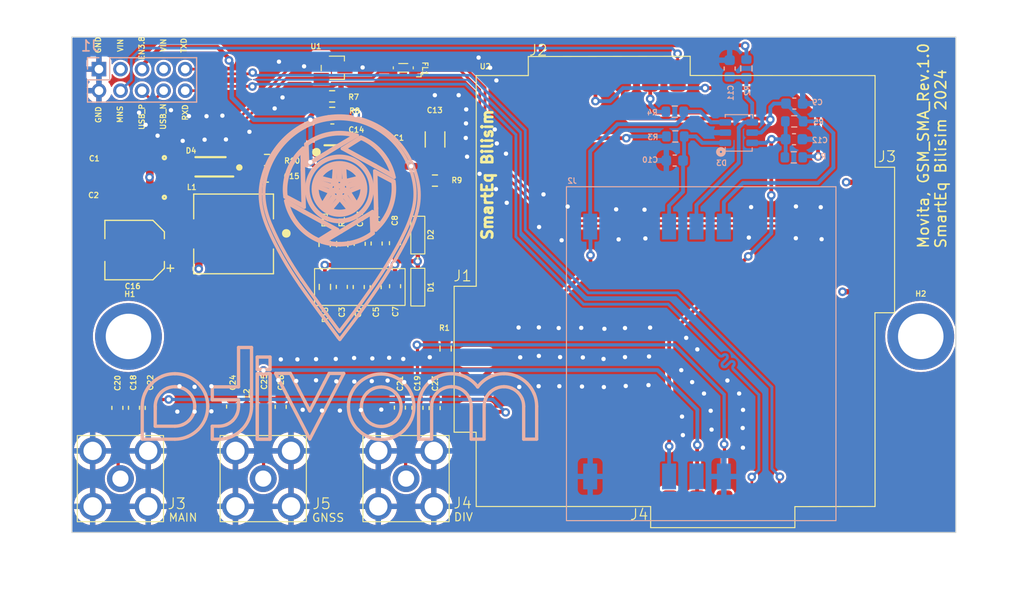
<source format=kicad_pcb>
(kicad_pcb (version 20240108) (generator "pcbnew") (generator_version "7.99")
  (layers (0 "F.Cu" signal) (1 "In1.Cu" signal) (2 "In2.Cu" signal) (31 "B.Cu" signal) (34 "B.Paste" user) (35 "F.Paste" user) (36 "B.SilkS" user "B.Silkscreen") (37 "F.SilkS" user "F.Silkscreen") (38 "B.Mask" user) (39 "F.Mask" user) (44 "Edge.Cuts" user))
  (net 0 "")
  (net 1 "GND")
  (net 2 "/GSM_Castelled/+3V8")
  (net 3 "/91228-3002/USIM_VDD")
  (net 4 "Net-(J2-CLK)")
  (net 5 "Net-(J2-RST)")
  (net 6 "Net-(J2-I{slash}O)")
  (net 7 "/GSM_Castelled/ANT_DIV")
  (net 8 "Net-(D4-K)")
  (net 9 "Net-(IC1-BST)")
  (net 10 "Net-(C15-Pad2)")
  (net 11 "Net-(IC1-COMP)")
  (net 12 "/GSM_Castelled/ANT_MAIN")
  (net 13 "/GSM_Castelled/ANT_GNSS")
  (net 14 "Net-(J3-Pin_1)")
  (net 15 "Net-(J4-Pin_1)")
  (net 16 "Net-(J5-Pin_1)")
  (net 17 "/GSM_Castelled/USB_P")
  (net 18 "/GSM_Castelled/USB_N")
  (net 19 "/91228-3002/MODEM_NET_STATUS")
  (net 20 "/91228-3002/TXD")
  (net 21 "/91228-3002/EN3V8")
  (net 22 "/91228-3002/USB_GSM_P")
  (net 23 "/91228-3002/RXD")
  (net 24 "/91228-3002/USB_GSM_N")
  (net 25 "/91228-3002/VIN")
  (net 26 "Net-(L2-Pad1)")
  (net 27 "Net-(U2-CTS)")
  (net 28 "Net-(U2-RTS)")
  (net 29 "/91228-3002/USIM_RST")
  (net 30 "/91228-3002/USIM_CLK")
  (net 31 "/91228-3002/VDD_EXT_1V8")
  (net 32 "/91228-3002/USIM_PRESENCE")
  (net 33 "/91228-3002/USIM_DATA")
  (net 34 "Net-(IC1-FREQ)")
  (net 35 "Net-(IC1-FB)")
  (footprint "Capacitor_SMD:C_0603_1608Metric" (layer "F.Cu") (at 103.32 98.915 -90)
    (property "Reference" "C5")
    (property "Value" "10pF" (hide yes))
  )
  (footprint "Capacitor_SMD:C_0603_1608Metric" (layer "F.Cu") (at 90 110.005 -90)
    (property "Reference" "C24")
    (property "Value" "DNP" (hide yes))
  )
  (footprint "Capacitor_SMD:C_0603_1608Metric" (layer "F.Cu") (at 99.3 84.27 180)
    (property "Reference" "C14")
    (property "Value" "100nF" (hide yes))
  )
  (footprint "Capacitor_SMD:C_0603_1608Metric" (layer "F.Cu") (at 101.75 98.9 -90)
    (property "Reference" "C6")
    (property "Value" "10pF" (hide yes))
  )
  (footprint "Library:TPET05US3" (layer "F.Cu") (at 98.27 77.615 -90)
    (property "Reference" "U1")
    (property "Value" "TPET05US3" (hide yes))
  )
  (footprint "Capacitor_SMD:C_0603_1608Metric" (layer "F.Cu") (at 93.23 88.65 180)
    (property "Reference" "C15")
    (property "Value" "220pF" (hide yes))
  )
  (footprint "Resistor_SMD:R_0603_1608Metric" (layer "F.Cu") (at 99.29 82.74 180)
    (property "Reference" "R8")
    (property "Value" "100K" (hide yes))
  )
  (footprint "Inductor_SMD:L_7.3x7.3_H3.5" (layer "F.Cu") (at 90.14 93.97 180)
    (property "Reference" "L1")
    (property "Value" "10uH" (hide yes))
  )
  (footprint "Library:SS4FA" (layer "F.Cu") (at 87.79 85.09 180)
    (property "Reference" "D4")
    (property "Value" "SS34FA" (hide yes))
  )
  (footprint "Library:TDZVTR5.1" (layer "F.Cu") (at 107.23 97.26 180)
    (property "Reference" "D1")
    (property "Value" "TDZVTR5.1" (hide yes))
  )
  (footprint "Capacitor_SMD:C_0603_1608Metric" (layer "F.Cu") (at 105.57 110.1 -90)
    (property "Reference" "C19")
    (property "Value" "DNP" (hide yes))
  )
  (footprint "Library:ACM2012-900-2P-T002" (layer "F.Cu") (at 104.95652 78.950382 180)
    (property "Reference" "FL1")
    (property "Value" "ACM2012-900-2P-T002" (hide yes))
  )
  (footprint "Capacitor_SMD:C_0603_1608Metric" (layer "F.Cu") (at 105.11 94.83 90)
    (property "Reference" "C8")
    (property "Value" "0.1uF" (hide yes))
  )
  (footprint "footprint:Screw_Terminal_1x1" (layer "F.Cu") (at 80.39 103.49)
    (property "Reference" "H1")
    (property "Value" "DNP" (hide yes))
  )
  (footprint "Library:PCB.SMAFRA.HT" (layer "F.Cu") (at 106.14 116.69)
    (property "Reference" "J4")
    (property "Value" "PCB.SMAFRA.HT" (hide yes))
  )
  (footprint "Capacitor_SMD:C_0603_1608Metric" (layer "F.Cu") (at 94.51 110.03 -90)
    (property "Reference" "C26")
    (property "Value" "DNP" (hide yes))
  )
  (footprint "Library:TDZVTR5.1" (layer "F.Cu") (at 107.23 95.73)
    (property "Reference" "D2")
    (property "Value" "TDZVTR5.1" (hide yes))
  )
  (footprint "Capacitor_SMD:C_0603_1608Metric" (layer "F.Cu") (at 107.2 110.115 90)
    (property "Reference" "C21")
    (property "Value" "0R" (hide yes))
  )
  (footprint "Resistor_SMD:R_0603_1608Metric" (layer "F.Cu") (at 109.81 104.61 90)
    (property "Reference" "R1")
    (property "Value" "0R" (hide yes))
  )
  (footprint "Capacitor_SMD:C_0603_1608Metric" (layer "F.Cu") (at 103.41 94.86 90)
    (property "Reference" "C4")
    (property "Value" "33pF" (hide yes))
  )
  (footprint "Capacitor_SMD:C_0603_1608Metric" (layer "F.Cu") (at 79.36 110.12 -90)
    (property "Reference" "C18")
    (property "Value" "DNP" (hide yes))
  )
  (footprint "Capacitor_SMD:C_1206_3216Metric" (layer "F.Cu") (at 108.83 85.2 90)
    (property "Reference" "C13")
    (property "Value" "10uF" (hide yes))
  )
  (footprint "Capacitor_SMD:C_0603_1608Metric" (layer "F.Cu") (at 92.94 110.01 90)
    (property "Reference" "C25")
    (property "Value" "100pF" (hide yes))
  )
  (footprint "Capacitor_SMD:C_0603_1608Metric" (layer "F.Cu") (at 80.9 110.115 90)
    (property "Reference" "C20")
    (property "Value" "0R" (hide yes))
  )
  (footprint "KiCad:T490A" (layer "F.Cu") (at 81.06 90.57 180)
    (property "Reference" "C2")
    (property "Value" "T490A107M006ATE500" (hide yes))
  )
  (footprint "Capacitor_SMD:C_0603_1608Metric" (layer "F.Cu") (at 105.12 98.825 -90)
    (property "Reference" "C7")
    (property "Value" "0.1uF" (hide yes))
  )
  (footprint "Resistor_SMD:R_0603_1608Metric" (layer "F.Cu") (at 98.59 94.9 -90)
    (property "Reference" "R11")
    (property "Value" "40.2K" (hide yes))
  )
  (footprint "Capacitor_SMD:CP_Elec_5x5.4" (layer "F.Cu") (at 80.96 95.47 180)
    (property "Reference" "C16")
    (property "Value" "100uF" (hide yes))
  )
  (footprint "footprint:Screw_Terminal_1x1" (layer "F.Cu") (at 153.89 103.49)
    (property "Reference" "H2")
    (property "Value" "DNP" (hide yes))
  )
  (footprint "Library:GSM_Castelled" (layer "F.Cu") (at 121.17 79.27 90)
    (property "Reference" "U2")
    (property "Value" "DNP" (hide yes))
  )
  (footprint "Capacitor_SMD:C_0603_1608Metric" (layer "F.Cu") (at 82.45 110.125 -90)
    (property "Reference" "C22")
    (property "Value" "DNP" (hide yes))
  )
  (footprint "Resistor_SMD:R_0603_1608Metric" (layer "F.Cu") (at 93.24 87.11)
    (property "Reference" "R10")
    (property "Value" "68.1K" (hide yes))
  )
  (footprint "Resistor_SMD:R_0603_1608Metric" (layer "F.Cu") (at 99.28 81.2)
    (property "Reference" "R7")
    (property "Value" "24.9K" (hide yes))
  )
  (footprint "Resistor_SMD:R_0603_1608Metric" (layer "F.Cu") (at 108.82 89.02)
    (property "Reference" "R9")
    (property "Value" "200K" (hide yes))
  )
  (footprint "Library:PCB.SMAFRA.HT" (layer "F.Cu") (at 92.89 116.69)
    (property "Reference" "J5")
    (property "Value" "PCB.SMAFRA.HT" (hide yes))
  )
  (footprint "Capacitor_SMD:C_0603_1608Metric" (layer "F.Cu") (at 108.79 110.135 -90)
    (property "Reference" "C23")
    (property "Value" "DNP" (hide yes))
  )
  (footprint "Inductor_SMD:L_0402_1005Metric" (layer "F.Cu") (at 91.37 110.325 -90)
    (property "Reference" "L2")
    (property "Value" "47nH 5%" (hide yes))
  )
  (footprint "Library:MP1584EN-LF-Z" (layer "F.Cu") (at 101.877 93.545)
    (property "Reference" "IC1")
    (property "Value" "MP1584EN-LF-Z\n" (hide yes))
  )
  (footprint "KiCad:T490A" (layer "F.Cu") (at 81.06 86.89 180)
    (property "Reference" "C1")
    (property "Value" "T490A107M006ATE500" (hide yes))
  )
  (footprint "Library:PCB.SMAFRA.HT" (layer "F.Cu") (at 79.64 116.69)
    (property "Reference" "J3")
    (property "Value" "PCB.SMAFRA.HT" (hide yes))
  )
  (footprint "Resistor_SMD:R_0603_1608Metric" (layer "F.Cu") (at 98.61 98.89 -90)
    (property "Reference" "R13")
    (property "Value" "10R" (hide yes))
  )
  (footprint "Capacitor_SMD:C_0603_1608Metric" (layer "F.Cu") (at 100.18 98.89 -90)
    (property "Reference" "C3")
    (property "Value" "33pF" (hide yes))
  )
  (footprint "Resistor_SMD:R_0603_1608Metric" (layer "F.Cu") (at 100.22 94.92 -90)
    (property "Reference" "R12")
    (property "Value" "150K" (hide yes))
  )
  (footprint "Capacitor_SMD:C_0603_1608Metric" (layer "F.Cu") (at 101.84 94.89 90)
    (property "Reference" "C17")
    (property "Value" "0.1uF" (hide yes))
  )
  (footprint "Capacitor_SMD:C_0603_1608Metric" (layer "B.Cu") (at 142.13 85.18)
    (property "Reference" "C12")
    (property "Value" "33pF" (hide yes))
  )
  (footprint "Resistor_SMD:R_0603_1608Metric" (layer "B.Cu") (at 137.71 78.605 -90)
    (property "Reference" "R2")
    (property "Value" "22R" (hide yes))
  )
  (footprint "Capacitor_SMD:C_0603_1608Metric" (layer "B.Cu") (at 131.06 87.16 180)
    (property "Reference" "C10")
    (property "Value" "33pF" (hide yes))
  )
  (footprint "Library:ESDA6V1-5SC6" (layer "B.Cu") (at 135.75 85.515 90)
    (property "Reference" "D3")
    (property "Value" "ESDA6V1-5SC6" (hide yes))
  )
  (footprint "Resistor_SMD:R_0603_1608Metric" (layer "B.Cu") (at 131.07 82.62 180)
    (property "Reference" "R4")
    (property "Value" "51K" (hide yes))
  )
  (footprint "Capacitor_SMD:C_0603_1608Metric" (layer "B.Cu") (at 136.16 78.615 90)
    (property "Reference" "C11")
    (property "Value" "33pF" (hide yes))
  )
  (footprint "Connector_PinHeader_2.00mm:PinHeader_2x05_P2.00mm_Vertical" (layer "B.Cu") (at 77.65 78.67 -90)
    (property "Reference" "J1")
    (property "Value" "MALE Through Hole Pin Header" (hide yes))
  )
  (footprint "Resistor_SMD:R_0603_1608Metric" (layer "B.Cu") (at 131.12 84.92)
    (property "Reference" "R3")
    (property "Value" "22R" (hide yes))
  )
  (footprint "Resistor_SMD:R_0603_1608Metric" (layer "B.Cu") (at 142.15 83.52 180)
    (property "Reference" "R5")
    (property "Value" "15K" (hide yes))
  )
  (footprint "KiCad:912283002" (layer "B.Cu") (at 133.52 105.09 90)
    (property "Reference" "J2")
    (property "Value" "91228-3002" (hide yes))
  )
  (footprint "Capacitor_SMD:C_0603_1608Metric" (layer "B.Cu") (at 142.16 81.87)
    (property "Reference" "C9")
    (property "Value" "0.1uF" (hide yes))
  )
  (footprint "Resistor_SMD:R_0603_1608Metric" (layer "B.Cu") (at 142.11 86.86 180)
    (property "Reference" "R6")
    (property "Value" "22R" (hide yes))
  )
  (gr_line (start 98.394668 91.189086) (end 99.067505 90.112322) (stroke (width 0.3075)) (layer "B.SilkS"))
  (gr_curve (pts (xy 95.003189 90.458301) (xy 95.175038 90.54944) (xy 96.16298 91.07339) (xy 96.581692 91.295452)) (stroke (width 0.3075)) (layer "B.SilkS"))
  (gr_arc (start 100.804945 91.715856) (mid 99.988798 91.872642) (end 99.17265 91.71586) (stroke (width 0.3075)) (layer "B.SilkS"))
  (gr_line (start 92.332599 105.402086) (end 93.523956 105.402086) (stroke (width 0.3075)) (layer "B.SilkS"))
  (gr_line (start 99.428393 90.397464) (end 99.58042 90.507917) (stroke (width 0.3075)) (layer "B.SilkS"))
  (gr_curve (pts (xy 96.600038 85.990903) (xy 96.174766 86.372879) (xy 95.804854 86.827881) (xy 95.512864 87.352706)) (stroke (width 0.3075)) (layer "B.SilkS"))
  (gr_line (start 92.332599 106.95) (end 93.523956 106.95) (stroke (width 0.3075)) (layer "B.SilkS"))
  (gr_line (start 98.663194 91.5553) (end 99.441999 90.483367) (stroke (width 0.3075)) (layer "B.SilkS"))
  (gr_circle (center 99.949665 89.175933) (end 99.838965 89.175933) (stroke (width 0.3075)) (fill none) (layer "B.SilkS"))
  (gr_line (start 101.236214 91.573639) (end 100.457409 90.501706) (stroke (width 0.3075)) (layer "B.SilkS"))
  (gr_line (start 100.025088 93.708762) (end 103.0227 91.891871) (stroke (width 0.3075)) (layer "B.SilkS"))
  (gr_line (start 100.432113 87.758624) (end 100.520682 89.025228) (stroke (width 0.3075)) (layer "B.SilkS"))
  (gr_curve (pts (xy 86.396437 109.271355) (xy 86.49114 109.492559) (xy 86.538492 109.729576) (xy 86.538492 109.981976)) (stroke (width 0.3075)) (layer "B.SilkS"))
  (gr_curve (pts (xy 106.267948 87.310521) (xy 106.92417 88.696614) (xy 107.180007 90.151113) (xy 106.802998 91.674191)) (stroke (width 0.3075)) (layer "B.SilkS"))
  (gr_curve (pts (xy 103.121417 108.323975) (xy 103.347004 108.229014) (xy 103.586427 108.181662) (xy 103.839171 108.181662)) (stroke (width 0.3075)) (layer "B.SilkS"))
  (gr_line (start 97.846043 89.025051) (end 99.223156 89.472502) (stroke (width 0.3075)) (layer "B.SilkS"))
  (gr_line (start 96.600038 85.990903) (end 96.622692 87.987978) (stroke (width 0.3075)) (layer "B.SilkS"))
  (gr_line (start 98.729317 91.67936) (end 98.577291 91.568906) (stroke (width 0.3075)) (layer "B.SilkS"))
  (gr_curve (pts (xy 106.871147 110.009218) (xy 106.871147 109.5852) (xy 106.792256 109.190058) (xy 106.63413 108.824822)) (stroke (width 0.3075)) (layer "B.SilkS"))
  (gr_circle (center 100.335961 90.285921) (end 100.256011 90.285921) (stroke (width 0.3075)) (fill none) (layer "B.SilkS"))
  (gr_curve (pts (xy 99.006538 106.922844) (xy 98.880295 107.166564) (xy 98.735919 107.444143) (xy 98.573497 107.755324)) (stroke (width 0.3075)) (layer "B.SilkS"))
  (gr_line (start 102.05075 89.586328) (end 100.873507 90.061965) (stroke (width 0.3075)) (layer "B.SilkS"))
  (gr_line (start 97.885529 89.102545) (end 99.145662 89.511987) (stroke (width 0.3075)) (layer "B.SilkS"))
  (gr_curve (pts (xy 104.921575 89.154789) (xy 104.749726 89.063649) (xy 103.761785 88.539699) (xy 103.343073 88.317637)) (stroke (width 0.3075)) (layer "B.SilkS"))
  (gr_curve (pts (xy 85.875137 112.790771) (xy 86.245358 112.632989) (xy 86.570375 112.414105) (xy 86.849674 112.134463)) (stroke (width 0.3075)) (layer "B.SilkS"))
  (gr_line (start 99.441999 90.483367) (end 99.494517 90.521523) (stroke (width 0.3075)) (layer "B.SilkS"))
  (gr_line (start 100.408208 89.180035) (end 100.298926 87.617231) (stroke (width 0.3075)) (layer "B.SilkS"))
  (gr_line (start 101.222609 91.659543) (end 100.371506 90.488101) (stroke (width 0.3075)) (layer "B.SilkS"))
  (gr_curve (pts (xy 110.35 108.15485) (xy 110.602743 108.15485) (xy 110.83976 108.202115) (xy 111.06062 108.296819)) (stroke (width 0.3075)) (layer "B.SilkS"))
  (gr_curve (pts (xy 82.869974 109.981976) (xy 82.869974 109.729576) (xy 82.91767 109.492559) (xy 83.012288 109.271355)) (stroke (width 0.3075)) (layer "B.SilkS"))
  (gr_curve (pts (xy 106.053183 94.679483) (xy 104.868129 97.024234) (xy 103.406686 99.187343) (xy 101.86358 101.294868)) (stroke (width 0.3075)) (layer "B.SilkS"))
  (gr_curve (pts (xy 96.739238 109.501583) (xy 96.563323 109.163245) (xy 96.389728 108.827228) (xy 96.218196 108.493187)) (stroke (width 0.3075)) (layer "B.SilkS"))
  (gr_curve (pts (xy 101.344388 84.851725) (xy 100.888236 84.731503) (xy 100.40982 84.670348) (xy 99.916914 84.67818)) (stroke (width 0.3075)) (layer "B.SilkS"))
  (gr_curve (pts (xy 93.071751 88.982271) (xy 93.699871 86.017757) (xy 96.083617 83.721582) (xy 98.974913 83.331853)) (stroke (width 0.3075)) (layer "B.SilkS"))
  (gr_curve (pts (xy 96.491975 86.249183) (xy 96.159784 86.584111) (xy 95.867614 86.967853) (xy 95.627944 87.398639)) (stroke (width 0.3075)) (layer "B.SilkS"))
  (gr_line (start 88.162891 113.027788) (end 88.162891 111.822938) (stroke (width 0.3075)) (layer "B.SilkS"))
  (gr_curve (pts (xy 101.966432 85.097792) (xy 101.801579 85.201048) (xy 100.853854 85.794655) (xy 100.452186 86.04624)) (stroke (width 0.3075)) (layer "B.SilkS"))
  (gr_curve (pts (xy 103.432789 93.363907) (xy 103.764981 93.028979) (xy 104.05715 92.645236) (xy 104.296821 92.214451)) (stroke (width 0.3075)) (layer "B.SilkS"))
  (gr_line (start 90.599403 109.37302) (end 88.162891 109.37302) (stroke (width 0.3075)) (layer "B.SilkS"))
  (gr_curve (pts (xy 103.839171 111.85018) (xy 103.586427 111.85018) (xy 103.347004 111.802828) (xy 103.121417 111.708125)) (stroke (width 0.3075)) (layer "B.SilkS"))
  (gr_line (start 99.85151 88.991481) (end 99.85151 87.543499) (stroke (width 0.3075)) (layer "B.SilkS"))
  (gr_line (start 100.223762 86.047921) (end 101.942521 84.971377) (stroke (width 0.3075)) (layer "B.SilkS"))
  (gr_curve (pts (xy 96.31062 98.727777) (xy 95.166442 97.074224) (xy 94.151661 95.33549) (xy 93.34803 93.475479)) (stroke (width 0.3075)) (layer "B.SilkS"))
  (gr_line (start 99.977925 87.604999) (end 99.977925 88.929981) (stroke (width 0.3075)) (layer "B.SilkS"))
  (gr_curve (pts (xy 104.556581 108.323975) (xy 104.782167 108.418679) (xy 104.978536 108.549563) (xy 105.145341 108.716454)) (stroke (width 0.3075)) (layer "B.SilkS"))
  (gr_line (start 99.223156 89.472502) (end 99.165087 89.65122) (stroke (width 0.3075)) (layer "B.SilkS"))
  (gr_curve (pts (xy 93.638425 93.226487) (xy 93.050266 91.865575) (xy 92.755155 90.475787) (xy 93.071751 88.982271)) (stroke (width 0.3075)) (layer "B.SilkS"))
  (gr_curve (pts (xy 85.414854 108.296819) (xy 85.640785 108.391437) (xy 85.836895 108.522406) (xy 86.003701 108.689212)) (stroke (width 0.3075)) (layer "B.SilkS"))
  (gr_line (start 99.625724 87.617231) (end 99.516442 89.180035) (stroke (width 0.3075)) (layer "B.SilkS"))
  (gr_curve (pts (xy 105.53782 110.726542) (xy 105.443116 110.952129) (xy 105.312233 111.148583) (xy 105.145341 111.315389)) (stroke (width 0.3075)) (layer "B.SilkS"))
  (gr_curve (pts (xy 118.255257 109.981976) (xy 118.255257 109.558044) (xy 118.176366 109.163245) (xy 118.01824 108.797665)) (stroke (width 0.3075)) (layer "B.SilkS"))
  (gr_curve (pts (xy 102.909944 92.090533) (xy 102.228935 92.503301) (xy 100.12188 93.780414) (xy 100.12188 93.780414)) (stroke (width 0.3075)) (layer "B.SilkS"))
  (gr_curve (pts (xy 103.309699 87.615833) (xy 103.309699 87.615833) (xy 104.420097 88.240237) (xy 104.867243 88.491678)) (stroke (width 0.3075)) (layer "B.SilkS"))
  (gr_curve (pts (xy 102.532656 108.716454) (xy 102.699806 108.549563) (xy 102.896174 108.418679) (xy 103.121417 108.323975)) (stroke (width 0.3075)) (layer "B.SilkS"))
  (gr_circle (center 99.962325 89.79374) (end 97.041891 89.79374) (stroke (width 0.3075)) (fill none) (layer "B.SilkS"))
  (gr_line (start 98.171986 88.71806) (end 99.403968 89.025228) (stroke (width 0.3075)) (layer "B.SilkS"))
  (gr_line (start 100.691076 89.440437) (end 102.068188 88.992986) (stroke (width 0.3075)) (layer "B.SilkS"))
  (gr_arc (start 102.144066 89.415968) (mid 102.06466 90.448994) (end 101.521703 91.331403) (stroke (width 0.3075)) (layer "B.SilkS"))
  (gr_line (start 96.906293 87.651219) (end 96.833357 85.624458) (stroke (width 0.3075)) (layer "B.SilkS"))
  (gr_curve (pts (xy 116.515702 108.689212) (xy 116.682851 108.856447) (xy 116.81382 109.050409) (xy 116.908438 109.271355)) (stroke (width 0.3075)) (layer "B.SilkS"))
  (gr_curve (pts (xy 90.064611 111.288146) (xy 89.89772 111.455381) (xy 89.701352 111.586265) (xy 89.475764 111.680969)) (stroke (width 0.3075)) (layer "B.SilkS"))
  (gr_curve (pts (xy 84.69753 106.95) (xy 84.273513 106.95) (xy 83.87837 107.028891) (xy 83.513134 107.186673)) (stroke (width 0.3075)) (layer "B.SilkS"))
  (gr_line (start 100.804945 91.715856) (end 99.988799 90.743212) (stroke (width 0.3075)) (layer "B.SilkS"))
  (gr_curve (pts (xy 105.738571 94.373157) (xy 104.609948 96.606254) (xy 103.218097 98.666358) (xy 101.748473 100.673524)) (stroke (width 0.3075)) (layer "B.SilkS"))
  (gr_circle (center 99.962325 89.79374) (end 99.743796 89.79374) (stroke (width 0.3075)) (fill none) (layer "B.SilkS"))
  (gr_circle (center 99.949665 89.175933) (end 99.869715 89.175933) (stroke (width 0.3075)) (fill none) (layer "B.SilkS"))
  (gr_line (start 99.006538 106.922844) (end 100.360404 106.922844) (stroke (width 0.3075)) (layer "B.SilkS"))
  (gr_line (start 100.691521 90.002834) (end 102.144066 89.415968) (stroke (width 0.3075)) (layer "B.SilkS"))
  (gr_curve (pts (xy 84.69753 108.15485) (xy 84.950274 108.15485) (xy 85.189611 108.202115) (xy 85.414854 108.296819)) (stroke (width 0.3075)) (layer "B.SilkS"))
  (gr_arc (start 97.996357 88.801035) (mid 98.667807 88.011989) (end 99.625724 87.617231) (stroke (width 0.3075)) (layer "B.SilkS"))
  (gr_curve (pts (xy 86.003701 111.288146) (xy 85.836895 111.455381) (xy 85.640785 111.586265) (xy 85.414854 111.680969)) (stroke (width 0.3075)) (layer "B.SilkS"))
  (gr_curve (pts (xy 84.69753 113.027788) (xy 85.112782 113.027788) (xy 85.505175 112.948897) (xy 85.875137 112.790771)) (stroke (width 0.3075)) (layer "B.SilkS"))
  (gr_line (start 113.382319 109.981976) (end 113.382319 113.027788) (stroke (width 0.3075)) (layer "B.SilkS"))
  (gr_curve (pts (xy 109.165603 107.186673) (xy 108.800109 107.344799) (xy 108.477498 107.561276) (xy 108.197856 107.836536)) (stroke (width 0.3075)) (layer "B.SilkS"))
  (gr_line (start 82.869974 111.822938) (end 84.69753 111.822938) (stroke (width 0.3075)) (layer "B.SilkS"))
  (gr_curve (pts (xy 90.599403 109.981976) (xy 90.599403 110.234805) (xy 90.552051 110.474142) (xy 90.457347 110.699386)) (stroke (width 0.3075)) (layer "B.SilkS"))
  (gr_arc (start 100.432113 87.758624) (mid 101.184542 88.111506) (end 101.752669 88.718059) (stroke (width 0.3075)) (layer "B.SilkS"))
  (gr_curve (pts (xy 109.043743 108.689212) (xy 109.210978 108.522406) (xy 109.407003 108.391437) (xy 109.63259 108.296819)) (stroke (width 0.3075)) (layer "B.SilkS"))
  (gr_line (start 93.523956 106.95) (end 93.523956 113.027788) (stroke (width 0.3075)) (layer "B.SilkS"))
  (gr_curve (pts (xy 99.970245 103.024699) (xy 99.898144 102.938762) (xy 99.857151 102.895793) (xy 99.82226 102.848441)) (stroke (width 0.3075)) (layer "B.SilkS"))
  (gr_line (start 99.91301 88.929981) (end 99.91301 87.604999) (stroke (width 0.3075)) (layer "B.SilkS"))
  (gr_line (start 97.796947 89.466324) (end 99.249491 90.053191) (stroke (width 0.3075)) (layer "B.SilkS"))
  (gr_line (start 102.126258 89.171704) (end 100.749145 89.619155) (stroke (width 0.3075)) (layer "B.SilkS"))
  (gr_curve (pts (xy 100.793445 110.009218) (xy 100.793445 110.42447) (xy 100.872336 110.816863) (xy 101.030032 111.186825)) (stroke (width 0.3075)) (layer "B.SilkS"))
  (gr_line (start 101.622096 84.816171) (end 99.903905 85.834327) (stroke (width 0.3075)) (layer "B.SilkS"))
  (gr_line (start 90.599403 109.981976) (end 90.599403 109.37302) (stroke (width 0.3075)) (layer "B.SilkS"))
  (gr_curve (pts (xy 90.910584 112.134463) (xy 91.190484 111.854821) (xy 91.409368 111.52989) (xy 91.56715 111.159583)) (stroke (width 0.3075)) (layer "B.SilkS"))
  (gr_circle (center 99.962325 89.79374) (end 97.526027 89.79374) (stroke (width 0.3075)) (fill none) (layer "B.SilkS"))
  (gr_curve (pts (xy 86.003701 108.689212) (xy 86.17085 108.856447) (xy 86.301476 109.050409) (xy 86.396437 109.271355)) (stroke (width 0.3075)) (layer "B.SilkS"))
  (gr_curve (pts (xy 85.414854 111.680969) (xy 85.189611 111.775586) (xy 84.950274 111.822938) (xy 84.69753 111.822938)) (stroke (width 0.3075)) (layer "B.SilkS"))
  (gr_curve (pts (xy 104.401119 87.091981) (xy 103.802905 86.092952) (xy 102.919377 85.355777) (xy 101.942521 84.971377)) (stroke (width 0.3075)) (layer "B.SilkS"))
  (gr_curve (pts (xy 104.3038 87.168676) (xy 103.730434 86.211145) (xy 102.894964 85.494164) (xy 101.966432 85.097792)) (stroke (width 0.3075)) (layer "B.SilkS"))
  (gr_line (start 82.869974 109.981976) (end 82.869974 111.822938) (stroke (width 0.3075)) (layer "B.SilkS"))
  (gr_curve (pts (xy 98.974913 83.331853) (xy 102.029404 82.920296) (xy 104.934192 84.493992) (xy 106.267948 87.310521)) (stroke (width 0.3075)) (layer "B.SilkS"))
  (gr_curve (pts (xy 81.902142 108.797665) (xy 81.74436 109.163245) (xy 81.665469 109.558044) (xy 81.665469 109.981976)) (stroke (width 0.3075)) (layer "B.SilkS"))
  (gr_arc (start 100.298926 87.617231) (mid 101.256848 88.011982) (end 101.928293 88.801035) (stroke (width 0.3075)) (layer "B.SilkS"))
  (gr_line (start 100.039425 87.543499) (end 100.039425 88.991481) (stroke (width 0.3075)) (layer "B.SilkS"))
  (gr_line (start 100.520682 89.025228) (end 101.752669 88.718059) (stroke (width 0.3075)) (layer "B.SilkS"))
  (gr_curve (pts (xy 83.404766 108.689212) (xy 83.571915 108.522406) (xy 83.765963 108.391437) (xy 83.986824 108.296819)) (stroke (width 0.3075)) (layer "B.SilkS"))
  (gr_curve (pts (xy 83.513134 107.186673) (xy 83.14764 107.344799) (xy 82.827349 107.561276) (xy 82.55209 107.836536)) (stroke (width 0.3075)) (layer "B.SilkS"))
  (gr_curve (pts (xy 102.654516 107.213829) (xy 102.288936 107.371955) (xy 101.966669 107.588519) (xy 101.686684 107.863778)) (stroke (width 0.3075)) (layer "B.SilkS"))
  (gr_line (start 99.249491 90.053191) (end 98.419309 91.38176) (stroke (width 0.3075)) (layer "B.SilkS"))
  (gr_curve (pts (xy 95.512864 87.352706) (xy 94.946787 88.370289) (xy 94.750138 89.504034) (xy 94.905666 90.542216)) (stroke (width 0.3075)) (layer "B.SilkS"))
  (gr_curve (pts (xy 104.556581 111.708125) (xy 104.330993 111.802828) (xy 104.091656 111.85018) (xy 103.839171 111.85018)) (stroke (width 0.3075)) (layer "B.SilkS"))
  (gr_curve (pts (xy 109.63259 108.296819) (xy 109.858177 108.202115) (xy 110.097514 108.15485) (xy 110.35 108.15485)) (stroke (width 0.3075)) (layer "B.SilkS"))
  (gr_curve (pts (xy 104.867243 88.491678) (xy 104.743282 88.036527) (xy 104.557036 87.59163) (xy 104.3038 87.168676)) (stroke (width 0.3075)) (layer "B.SilkS"))
  (gr_curve (pts (xy 99.899153 84.555552) (xy 98.734862 84.574106) (xy 97.654686 84.970676) (xy 96.833357 85.624458)) (stroke (width 0.3075)) (layer "B.SilkS"))
  (gr_curve (pts (xy 95.627944 87.398639) (xy 95.08538 88.373954) (xy 94.882192 89.455983) (xy 95.003189 90.458301)) (stroke (width 0.3075)) (layer "B.SilkS"))
  (gr_curve (pts (xy 90.457347 110.699386) (xy 90.362386 110.925316) (xy 90.23176 111.121341) (xy 90.064611 111.288146)) (stroke (width 0.3075)) (layer "B.SilkS"))
  (gr_curve (pts (xy 100.02984 94.987538) (xy 101.194131 94.968983) (xy 102.274307 94.572414) (xy 103.095636 93.918631)) (stroke (width 0.3075)) (layer "B.SilkS"))
  (gr_line (start 101.928293 88.801035) (end 100.408208 89.180035) (stroke (width 0.3075)) (layer "B.SilkS"))
  (gr_line (start 99.780924 93.559841) (end 98.062166 94.636385) (stroke (width 0.3075)) (layer "B.SilkS"))
  (gr_circle (center 99.962325 89.79374) (end 97.625325 89.79374) (stroke (width 0.3075)) (fill none) (layer "B.SilkS"))
  (gr_curve (pts (xy 96.581692 91.295452) (xy 96.564728 90.499297) (xy 96.512243 88.035977) (xy 96.512243 88.035977)) (stroke (width 0.3075)) (layer "B.SilkS"))
  (gr_curve (pts (xy 103.839171 106.976899) (xy 103.414809 106.976899) (xy 103.020096 107.056047) (xy 102.654516 107.213829)) (stroke (width 0.3075)) (layer "B.SilkS"))
  (gr_curve (pts (xy 102.654516 112.817927) (xy 103.020096 112.976053) (xy 103.414809 113.054944) (xy 103.839171 113.054944)) (stroke (width 0.3075)) (layer "B.SilkS"))
  (gr_curve (pts (xy 106.63413 108.824822) (xy 106.476434 108.459328) (xy 106.25987 108.139037) (xy 105.984611 107.863778)) (stroke (width 0.3075)) (layer "B.SilkS"))
  (gr_line (start 97.865469 89.164283) (end 97.885529 89.102545) (stroke (width 0.3075)) (layer "B.SilkS"))
  (gr_curve (pts (xy 106.63413 111.186825) (xy 106.792256 110.816863) (xy 106.871147 110.42447) (xy 106.871147 110.009218)) (stroke (width 0.3075)) (layer "B.SilkS"))
  (gr_curve (pts (xy 105.036887 88.714403) (xy 104.918723 88.155119) (xy 104.709636 87.607265) (xy 104.401119 87.091981)) (stroke (width 0.3075)) (layer "B.SilkS"))
  (gr_curve (pts (xy 99.996441 103.763602) (xy 99.920734 103.673367) (xy 99.877692 103.62825) (xy 99.841057 103.57853)) (stroke (width 0.3075)) (layer "B.SilkS"))
  (gr_curve (pts (xy 103.839171 113.054944) (xy 104.254079 113.054944) (xy 104.646815 112.976053) (xy 105.016778 112.817927)) (stroke (width 0.3075)) (layer "B.SilkS"))
  (gr_curve (pts (xy 98.038255 94.509969) (xy 98.203108 94.406714) (xy 99.150833 93.813106) (xy 99.5525 93.561522)) (stroke (width 0.3075)) (layer "B.SilkS"))
  (gr_line (start 112.177469 113.027788) (end 112.177469 109.981976) (stroke (width 0.3075)) (layer "B.SilkS"))
  (gr_circle (center 99.609429 90.300998) (end 99.498729 90.300998) (stroke (width 0.3075)) (fill none) (layer "B.SilkS"))
  (gr_curve (pts (xy 87.506239 108.797665) (xy 87.348457 108.432085) (xy 87.129573 108.111881) (xy 86.849674 107.836536)) (stroke (width 0.3075)) (layer "B.SilkS"))
  (gr_curve (pts (xy 105.145341 108.716454) (xy 105.312233 108.883603) (xy 105.443116 109.077651) (xy 105.53782 109.298511)) (stroke (width 0.3075)) (layer "B.SilkS"))
  (gr_line (start 99.403968 89.025228) (end 99.492538 87.758619) (stroke (width 0.3075)) (layer "B.SilkS"))
  (gr_line (start 105.036887 88.714403) (end 103.296043 87.735484) (stroke (width 0.3075)) (layer "B.SilkS"))
  (gr_curve (pts (xy 104.296821 92.214451) (xy 104.839384 91.239136) (xy 105.042573 90.157107) (xy 104.921575 89.154789)) (stroke (width 0.3075)) (layer "B.SilkS"))
  (gr_curve (pts (xy 100.12188 93.780414) (xy 100.12188 93.780414) (xy 99.025932 94.429845) (xy 98.584605 94.691364)) (stroke (width 0.3075)) (layer "B.SilkS"))
  (gr_line (start 117.050407 113.027788) (end 117.050407 109.981976) (stroke (width 0.3075)) (layer "B.SilkS"))
  (gr_line (start 99.988799 90.743212) (end 99.17265 91.71586) (stroke (width 0.3075)) (layer "B.SilkS"))
  (gr_line (start 99.145662 89.511987) (end 99.125602 89.573725) (stroke (width 0.3075)) (layer "B.SilkS"))
  (gr_curve (pts (xy 105.680133 110.009218) (xy 105.680133 110.261962) (xy 105.632781 110.500955) (xy 105.53782 110.726542)) (stroke (width 0.3075)) (layer "B.SilkS"))
  (gr_curve (pts (xy 89.475764 111.680969) (xy 89.250521 111.775586) (xy 89.011184 111.822938) (xy 88.758441 111.822938)) (stroke (width 0.3075)) (layer "B.SilkS"))
  (gr_line (start 103.296043 87.735484) (end 100.223762 86.047921) (stroke (width 0.3075)) (layer "B.SilkS"))
  (gr_curve (pts (xy 96.954792 85.666958) (xy 96.961787 85.861353) (xy 97.002004 86.978911) (xy 97.019048 87.452557)) (stroke (width 0.3075)) (layer "B.SilkS"))
  (gr_line (start 97.206138 113.014295) (end 94.038896 106.922844) (stroke (width 0.3075)) (layer "B.SilkS"))
  (gr_curve (pts (xy 105.145341 111.315389) (xy 104.978536 111.482538) (xy 104.782167 111.613163) (xy 104.556581 111.708125)) (stroke (width 0.3075)) (layer "B.SilkS"))
  (gr_curve (pts (xy 106.609029 87.263715) (xy 107.298062 88.719112) (xy 107.566691 90.246336) (xy 107.170831 91.845568)) (stroke (width 0.3075)) (layer "B.SilkS"))
  (gr_curve (pts (xy 99.841057 103.57853) (xy 98.660966 101.96423) (xy 97.448751 100.372397) (xy 96.31062 98.727777)) (stroke (width 0.3075)) (layer "B.SilkS"))
  (gr_line (start 94.038896 106.922844) (end 95.405825 106.922844) (stroke (width 0.3075)) (layer "B.SilkS"))
  (gr_line (start 103.227405 88.120657) (end 105.019098 89.070873) (stroke (width 0.3075)) (layer "B.SilkS"))
  (gr_line (start 88.162891 109.37302) (end 88.162891 108.168256) (stroke (width 0.3075)) (layer "B.SilkS"))
  (gr_line (start 93.523956 105.402086) (end 93.523956 106.550131) (stroke (width 0.3075)) (layer "B.SilkS"))
  (gr_line (start 96.69736 91.492433) (end 94.905666 90.542216) (stroke (width 0.3075)) (layer "B.SilkS"))
  (gr_curve (pts (xy 101.686684 112.161361) (xy 101.966669 112.441261) (xy 102.288936 112.660145) (xy 102.654516 112.817927)) (stroke (width 0.3075)) (layer "B.SilkS"))
  (gr_curve (pts (xy 105.984611 107.863778) (xy 105.709352 107.588519) (xy 105.386741 107.371955) (xy 105.016778 107.213829)) (stroke (width 0.3075)) (layer "B.SilkS"))
  (gr_curve (pts (xy 95.137444 91.116084) (xy 95.261405 91.571234) (xy 95.447651 92.016132) (xy 95.700887 92.439085)) (stroke (width 0.3075)) (layer "B.SilkS"))
  (gr_curve (pts (xy 97.019048 87.452557) (xy 97.700057 87.039789) (xy 99.807113 85.762675) (xy 99.807113 85.762675)) (stroke (width 0.3075)) (layer "B.SilkS"))
  (gr_circle (center 99.962325 89.79374) (end 99.777825 89.79374) (stroke (width 0.3075)) (fill none) (layer "B.SilkS"))
  (gr_line (start 100.371506 90.488101) (end 100.523533 90.377647) (stroke (width 0.3075)) (layer "B.SilkS"))
  (gr_curve (pts (xy 118.01824 108.797665) (xy 117.860458 108.432085) (xy 117.643981 108.111881) (xy 117.368721 107.836536)) (stroke (width 0.3075)) (layer "B.SilkS"))
  (gr_line (start 97.787974 89.203769) (end 97.846043 89.025051) (stroke (width 0.3075)) (layer "B.SilkS"))
  (gr_curve (pts (xy 103.343073 88.317637) (xy 103.360036 89.113793) (xy 103.412521 91.577113) (xy 103.412521 91.577113)) (stroke (width 0.3075)) (layer "B.SilkS"))
  (gr_line (start 99.91301 87.604999) (end 99.977925 87.604999) (stroke (width 0.3075)) (layer "B.SilkS"))
  (gr_line (start 118.255257 109.981976) (end 118.255257 113.027788) (stroke (width 0.3075)) (layer "B.SilkS"))
  (gr_line (start 102.048763 89.132219) (end 100.78863 89.541661) (stroke (width 0.3075)) (layer "B.SilkS"))
  (gr_curve (pts (xy 83.012288 109.271355) (xy 83.106991 109.050409) (xy 83.237875 108.856447) (xy 83.404766 108.689212)) (stroke (width 0.3075)) (layer "B.SilkS"))
  (gr_arc (start 100.995803 91.751961) (mid 99.988799 91.995662) (end 98.981795 91.751961) (stroke (width 0.3075)) (layer "B.SilkS"))
  (gr_line (start 98.306897 94.726918) (end 100.025088 93.708762) (stroke (width 0.3075)) (layer "B.SilkS"))
  (gr_curve (pts (xy 86.849674 112.134463) (xy 87.129573 111.854821) (xy 87.348457 111.52989) (xy 87.506239 111.159583)) (stroke (width 0.3075)) (layer "B.SilkS"))
  (gr_curve (pts (xy 101.622096 84.816171) (xy 101.07866 84.638863) (xy 100.49966 84.54601) (xy 99.899153 84.555552)) (stroke (width 0.3075)) (layer "B.SilkS"))
  (gr_curve (pts (xy 98.306897 94.726918) (xy 98.850333 94.904227) (xy 99.429332 94.997079) (xy 100.02984 94.987538)) (stroke (width 0.3075)) (layer "B.SilkS"))
  (gr_line (start 100.039425 88.991481) (end 99.85151 88.991481) (stroke (width 0.3075)) (layer "B.SilkS"))
  (gr_curve (pts (xy 99.82226 102.848441) (xy 98.698364 101.311012) (xy 97.543874 99.794981) (xy 96.459939 98.228676)) (stroke (width 0.3075)) (layer "B.SilkS"))
  (gr_line (start 101.374635 91.549089) (end 101.222609 91.659543) (stroke (width 0.3075)) (layer "B.SilkS"))
  (gr_curve (pts (xy 108.509037 109.981976) (xy 108.509037 109.729576) (xy 108.556389 109.492559) (xy 108.651351 109.271355)) (stroke (width 0.3075)) (layer "B.SilkS"))
  (gr_curve (pts (xy 113.916767 108.689212) (xy 114.083916 108.522406) (xy 114.280284 108.391437) (xy 114.505528 108.296819)) (stroke (width 0.3075)) (layer "B.SilkS"))
  (gr_line (start 90.599403 104.51323) (end 91.804166 104.51323) (stroke (width 0.3075)) (layer "B.SilkS"))
  (gr_curve (pts (xy 96.218196 108.493187) (xy 96.046664 108.159146) (xy 95.888882 107.850028) (xy 95.744248 107.566003)) (stroke (width 0.3075)) (layer "B.SilkS"))
  (gr_line (start 99.903905 85.834327) (end 96.906293 87.651219) (stroke (width 0.3075)) (layer "B.SilkS"))
  (gr_line (start 101.288732 91.535483) (end 101.236214 91.573639) (stroke (width 0.3075)) (layer "B.SilkS"))
  (gr_circle (center 100.546157 89.591364) (end 100.466207 89.591364) (stroke (width 0.3075)) (fill none) (layer "B.SilkS"))
  (gr_line (start 100.457409 90.501706) (end 100.509927 90.46355) (stroke (width 0.3075)) (layer "B.SilkS"))
  (gr_curve (pts (xy 115.223281 106.95) (xy 114.717708 106.95) (xy 114.255105 107.06043) (xy 113.83547 107.281635)) (stroke (width 0.3075)) (layer "B.SilkS"))
  (gr_curve (pts (xy 112.786426 108.181662) (xy 112.506784 107.802676) (xy 112.15504 107.502924) (xy 111.730678 107.281635)) (stroke (width 0.3075)) (layer "B.SilkS"))
  (gr_circle (center 99.370843 89.614868) (end 99.290893 89.614868) (stroke (width 0.3075)) (fill none) (layer "B.SilkS"))
  (gr_curve (pts (xy 98.584605 94.691364) (xy 99.040757 94.811586) (xy 99.519172 94.872741) (xy 100.012079 94.864909)) (stroke (width 0.3075)) (layer "B.SilkS"))
  (gr_curve (pts (xy 98.086057 108.702962) (xy 97.923892 109.023252) (xy 97.763789 109.332457) (xy 97.605664 109.630232)) (stroke (width 0.3075)) (layer "B.SilkS"))
  (gr_curve (pts (xy 111.730678 107.281635) (xy 111.306746 107.06043) (xy 110.846463 106.95) (xy 110.35 106.95)) (stroke (width 0.3075)) (layer "B.SilkS"))
  (gr_line (start 98.715712 91.593456) (end 98.663194 91.5553) (stroke (width 0.3075)) (layer "B.SilkS"))
  (gr_line (start 92.332599 113.027788) (end 92.332599 106.95) (stroke (width 0.3075)) (layer "B.SilkS"))
  (gr_line (start 94.967799 90.893359) (end 96.708644 91.872278) (stroke (width 0.3075)) (layer "B.SilkS"))
  (gr_curve (pts (xy 115.223281 108.15485) (xy 115.476025 108.15485) (xy 115.712698 108.202115) (xy 115.933902 108.296819)) (stroke (width 0.3075)) (layer "B.SilkS"))
  (gr_line (start 92.332599 106.550131) (end 92.332599 105.402086) (stroke (width 0.3075)) (layer "B.SilkS"))
  (gr_curve (pts (xy 101.998209 110.009218) (xy 101.998209 109.756732) (xy 102.04556 109.519716) (xy 102.140178 109.298511)) (stroke (width 0.3075)) (layer "B.SilkS"))
  (gr_curve (pts (xy 100.452186 86.04624) (xy 101.150159 86.429626) (xy 103.309699 87.615833) (xy 103.309699 87.615833)) (stroke (width 0.3075)) (layer "B.SilkS"))
  (gr_curve (pts (xy 105.016778 107.213829) (xy 104.646815 107.056047) (xy 104.254079 106.976899) (xy 103.839171 106.976899)) (stroke (width 0.3075)) (layer "B.SilkS"))
  (gr_curve (pts (xy 82.55209 107.836536) (xy 82.276831 108.111881) (xy 82.060267 108.432085) (xy 81.902142 108.797665)) (stroke (width 0.3075)) (layer "B.SilkS"))
  (gr_line (start 88.162891 111.822938) (end 88.758441 111.822938) (stroke (width 0.3075)) (layer "B.SilkS"))
  (gr_curve (pts (xy 94.967799 90.893359) (xy 95.085964 91.452643) (xy 95.295051 92.000497) (xy 95.603568 92.515781)) (stroke (width 0.3075)) (layer "B.SilkS"))
  (gr_line (start 96.708644 91.872278) (end 99.780924 93.559841) (stroke (width 0.3075)) (layer "B.SilkS"))
  (gr_curve (pts (xy 111.06062 108.296819) (xy 111.281824 108.391437) (xy 111.475872 108.522406) (xy 111.642764 108.689212)) (stroke (width 0.3075)) (layer "B.SilkS"))
  (gr_line (start 99.125602 89.573725) (end 97.865469 89.164283) (stroke (width 0.3075)) (layer "B.SilkS"))
  (gr_curve (pts (xy 106.802998 91.674191) (xy 106.568387 92.621828) (xy 106.175909 93.508106) (xy 105.738571 94.373157)) (stroke (width 0.3075)) (layer "B.SilkS"))
  (gr_line (start 99.067505 90.112322) (end 97.890258 89.636683) (stroke (width 0.3075)) (layer "B.SilkS"))
  (gr_circle (center 99.609429 90.300998) (end 99.529479 90.300998) (stroke (width 0.3075)) (fill none) (layer "B.SilkS"))
  (gr_curve (pts (xy 86.538492 109.981976) (xy 86.538492 110.234805) (xy 86.49114 110.474142) (xy 86.396437 110.699386)) (stroke (width 0.3075)) (layer "B.SilkS"))
  (gr_line (start 98.981795 91.751961) (end 99.988799 90.55186) (stroke (width 0.3075)) (layer "B.SilkS"))
  (gr_curve (pts (xy 112.035156 109.271355) (xy 112.130203 109.492559) (xy 112.177469 109.729576) (xy 112.177469 109.981976)) (stroke (width 0.3075)) (layer "B.SilkS"))
  (gr_curve (pts (xy 96.512243 88.035977) (xy 96.512243 88.035977) (xy 96.497794 86.762143) (xy 96.491975 86.249183)) (stroke (width 0.3075)) (layer "B.SilkS"))
  (gr_curve (pts (xy 103.839171 108.181662) (xy 104.091656 108.181662) (xy 104.330993 108.229014) (xy 104.556581 108.323975)) (stroke (width 0.3075)) (layer "B.SilkS"))
  (gr_line (start 108.509037 109.981976) (end 108.509037 113.027788) (stroke (width 0.3075)) (layer "B.SilkS"))
  (gr_curve (pts (xy 101.030032 108.824822) (xy 100.872336 109.190058) (xy 100.793445 109.5852) (xy 100.793445 110.009218)) (stroke (width 0.3075)) (layer "B.SilkS"))
  (gr_curve (pts (xy 104.4119 92.260384) (xy 104.977977 91.242801) (xy 105.174626 90.109056) (xy 105.019098 89.070873)) (stroke (width 0.3075)) (layer "B.SilkS"))
  (gr_curve (pts (xy 99.916914 84.67818) (xy 98.800984 84.695964) (xy 97.762326 85.061012) (xy 96.954792 85.666958)) (stroke (width 0.3075)) (layer "B.SilkS"))
  (gr_curve (pts (xy 102.532656 111.315389) (xy 102.365765 111.148583) (xy 102.234882 110.952129) (xy 102.140178 110.726542)) (stroke (width 0.3075)) (layer "B.SilkS"))
  (gr_line (start 99.165087 89.65122) (end 97.787974 89.203769) (stroke (width 0.3075)) (layer "B.SilkS"))
  (gr_curve (pts (xy 101.030032 111.186825) (xy 101.188158 111.557046) (xy 101.407042 111.881719) (xy 101.686684 112.161361)) (stroke (width 0.3075)) (layer "B.SilkS"))
  (gr_curve (pts (xy 85.875137 107.186673) (xy 85.505175 107.028891) (xy 85.112782 106.95) (xy 84.69753 106.95)) (stroke (width 0.3075)) (layer "B.SilkS"))
  (gr_curve (pts (xy 93.34803 93.475479) (xy 92.730463 92.046521) (xy 92.420597 90.587243) (xy 92.753022 89.019052)) (stroke (width 0.3075)) (layer "B.SilkS"))
  (gr_curve (pts (xy 108.651351 109.271355) (xy 108.746054 109.050409) (xy 108.876938 108.856447) (xy 109.043743 108.689212)) (stroke (width 0.3075)) (layer "B.SilkS"))
  (gr_curve (pts (xy 86.849674 107.836536) (xy 86.570375 107.561276) (xy 86.245358 107.344799) (xy 85.875137 107.186673)) (stroke (width 0.3075)) (layer "B.SilkS"))
  (gr_line (start 93.523956 106.550131) (end 92.332599 106.550131) (stroke (width 0.3075)) (layer "B.SilkS"))
  (gr_curve (pts (xy 113.382319 109.981976) (xy 113.382319 109.729576) (xy 113.429671 109.492559) (xy 113.524289 109.271355)) (stroke (width 0.3075)) (layer "B.SilkS"))
  (gr_line (start 91.804166 104.51323) (end 91.804166 109.981976) (stroke (width 0.3075)) (layer "B.SilkS"))
  (gr_curve (pts (xy 108.197856 107.836536) (xy 107.918214 108.111881) (xy 107.69933 108.432085) (xy 107.541205 108.797665)) (stroke (width 0.3075)) (layer "B.SilkS"))
  (gr_curve (pts (xy 110.35 106.95) (xy 109.925982 106.95) (xy 109.530839 107.028891) (xy 109.165603 107.186673)) (stroke (width 0.3075)) (layer "B.SilkS"))
  (gr_curve (pts (xy 111.642764 108.689212) (xy 111.809913 108.856447) (xy 111.940539 109.050409) (xy 112.035156 109.271355)) (stroke (width 0.3075)) (layer "B.SilkS"))
  (gr_curve (pts (xy 87.743256 109.981976) (xy 87.743256 109.558044) (xy 87.664365 109.163245) (xy 87.506239 108.797665)) (stroke (width 0.3075)) (layer "B.SilkS"))
  (gr_curve (pts (xy 116.908438 109.271355) (xy 117.003142 109.492559) (xy 117.050407 109.729576) (xy 117.050407 109.981976)) (stroke (width 0.3075)) (layer "B.SilkS"))
  (gr_line (start 99.516442 89.180035) (end 97.996357 88.801035) (stroke (width 0.3075)) (layer "B.SilkS"))
  (gr_arc (start 98.419309 91.38176) (mid 97.876358 90.499348) (end 97.796947 89.466324) (stroke (width 0.3075)) (layer "B.SilkS"))
  (gr_curve (pts (xy 99.5525 93.561522) (xy 98.854528 93.178135) (xy 96.694988 91.991928) (xy 96.694988 91.991928)) (stroke (width 0.3075)) (layer "B.SilkS"))
  (gr_curve (pts (xy 86.396437 110.699386) (xy 86.301476 110.925316) (xy 86.17085 111.121341) (xy 86.003701 111.288146)) (stroke (width 0.3075)) (layer "B.SilkS"))
  (gr_line (start 102.068188 88.992986) (end 102.126258 89.171704) (stroke (width 0.3075)) (layer "B.SilkS"))
  (gr_curve (pts (xy 83.986824 108.296819) (xy 84.208028 108.202115) (xy 84.445045 108.15485) (xy 84.69753 108.15485)) (stroke (width 0.3075)) (layer "B.SilkS"))
  (gr_curve (pts (xy 115.933902 108.296819) (xy 116.155106 108.391437) (xy 116.34881 108.522406) (xy 116.515702 108.689212)) (stroke (width 0.3075)) (layer "B.SilkS"))
  (gr_line (start 100.360404 106.922844) (end 97.206138 113.014295) (stroke (width 0.3075)) (layer "B.SilkS"))
  (gr_line (start 107.304188 113.027788) (end 107.304188 109.981976) (stroke (width 0.3075)) (layer "B.SilkS"))
  (gr_curve (pts (xy 116.400888 107.186673) (xy 116.030926 107.028891) (xy 115.638189 106.95) (xy 115.223281 106.95)) (stroke (width 0.3075)) (layer "B.SilkS"))
  (gr_circle (center 99.370843 89.614868) (end 99.260143 89.614868) (stroke (width 0.3075)) (fill none) (layer "B.SilkS"))
  (gr_line (start 108.509037 113.027788) (end 107.304188 113.027788) (stroke (width 0.3075)) (layer "B.SilkS"))
  (gr_line (start 100.76857 89.479923) (end 102.028703 89.070481) (stroke (width 0.3075)) (layer "B.SilkS"))
  (gr_curve (pts (xy 117.368721 107.836536) (xy 117.093376 107.561276) (xy 116.770851 107.344799) (xy 116.400888 107.186673)) (stroke (width 0.3075)) (layer "B.SilkS"))
  (gr_curve (pts (xy 105.984611 112.161361) (xy 106.25987 111.881719) (xy 106.476434 111.557046) (xy 106.63413 111.186825)) (stroke (width 0.3075)) (layer "B.SilkS"))
  (gr_line (start 98.577291 91.568906) (end 99.428393 90.397464) (stroke (width 0.3075)) (layer "B.SilkS"))
  (gr_curve (pts (xy 95.603568 92.515781) (xy 96.201782 93.514809) (xy 97.085309 94.251985) (xy 98.062166 94.636385)) (stroke (width 0.3075)) (layer "B.SilkS"))
  (gr_curve (pts (xy 97.605664 109.630232) (xy 97.447882 109.927921) (xy 97.314592 110.185133) (xy 97.206138 110.401611)) (stroke (width 0.3075)) (layer "B.SilkS"))
  (gr_line (start 100.78863 89.541661) (end 100.76857 89.479923) (stroke (width 0.3075)) (layer "B.SilkS"))
  (gr_line (start 88.162891 108.168256) (end 90.599403 108.168256) (stroke (width 0.3075)) (layer "B.SilkS"))
  (gr_line (start 113.382319 113.027788) (end 112.177469 113.027788) (stroke (width 0.3075)) (layer "B.SilkS"))
  (gr_curve (pts (xy 105.016778 112.817927) (xy 105.386741 112.660145) (xy 105.709352 112.441261) (xy 105.984611 112.161361)) (stroke (width 0.3075)) (layer "B.SilkS"))
  (gr_line (start 93.523956 113.027788) (end 92.332599 113.027788) (stroke (width 0.3075)) (layer "B.SilkS"))
  (gr_curve (pts (xy 95.744248 107.566003) (xy 95.600216 107.281635) (xy 95.487036 107.067133) (xy 95.405825 106.922844)) (stroke (width 0.3075)) (layer "B.SilkS"))
  (gr_line (start 93.523956 106.95) (end 93.523956 113.027788) (stroke (width 0.3075)) (layer "B.SilkS"))
  (gr_curve (pts (xy 107.170831 91.845568) (xy 106.92449 92.840587) (xy 106.512388 93.771179) (xy 106.053183 94.679483)) (stroke (width 0.3075)) (layer "B.SilkS"))
  (gr_curve (pts (xy 92.753022 89.019052) (xy 93.412548 85.906312) (xy 95.915481 83.495328) (xy 98.951342 83.086113)) (stroke (width 0.3075)) (layer "B.SilkS"))
  (gr_curve (pts (xy 103.412521 91.577113) (xy 103.412521 91.577113) (xy 103.426971 92.850947) (xy 103.432789 93.363907)) (stroke (width 0.3075)) (layer "B.SilkS"))
  (gr_arc (start 98.171986 88.71806) (mid 98.740095 88.111483) (end 99.492538 87.758619) (stroke (width 0.3075)) (layer "B.SilkS"))
  (gr_curve (pts (xy 107.541205 108.797665) (xy 107.383423 109.163245) (xy 107.304188 109.558044) (xy 107.304188 109.981976)) (stroke (width 0.3075)) (layer "B.SilkS"))
  (gr_curve (pts (xy 99.807113 85.762675) (xy 99.807113 85.762675) (xy 100.903061 85.113244) (xy 101.344388 84.851725)) (stroke (width 0.3075)) (layer "B.SilkS"))
  (gr_curve (pts (xy 101.686684 107.863778) (xy 101.407042 108.139037) (xy 101.188158 108.459328) (xy 101.030032 108.824822)) (stroke (width 0.3075)) (layer "B.SilkS"))
  (gr_line (start 81.665469 113.027788) (end 81.665469 109.981976) (stroke (width 0.3075)) (layer "B.SilkS"))
  (gr_circle (center 100.546157 89.591364) (end 100.435457 89.591364) (stroke (width 0.3075)) (fill none) (layer "B.SilkS"))
  (gr_line (start 90.599403 108.168256) (end 90.599403 104.51323) (stroke (width 0.3075)) (layer "B.SilkS"))
  (gr_curve (pts (xy 101.86358 101.294868) (xy 101.259729 102.118982) (xy 100.631965 102.924689) (xy 99.996441 103.763602)) (stroke (width 0.3075)) (layer "B.SilkS"))
  (gr_circle (center 99.962325 89.79374) (end 96.923653 89.79374) (stroke (width 0.3075)) (fill none) (layer "B.SilkS"))
  (gr_circle (center 100.335961 90.285921) (end 100.225261 90.285921) (stroke (width 0.3075)) (fill none) (layer "B.SilkS"))
  (gr_line (start 102.028703 89.070481) (end 102.048763 89.132219) (stroke (width 0.3075)) (layer "B.SilkS"))
  (gr_line (start 118.255257 113.027788) (end 117.050407 113.027788) (stroke (width 0.3075)) (layer "B.SilkS"))
  (gr_curve (pts (xy 113.83547 107.281635) (xy 113.415921 107.502924) (xy 113.066411 107.802676) (xy 112.786426 108.181662)) (stroke (width 0.3075)) (layer "B.SilkS"))
  (gr_curve (pts (xy 102.140178 110.726542) (xy 102.04556 110.500955) (xy 101.998209 110.261962) (xy 101.998209 110.009218)) (stroke (width 0.3075)) (layer "B.SilkS"))
  (gr_curve (pts (xy 105.53782 109.298511) (xy 105.632781 109.519716) (xy 105.680133 109.756732) (xy 105.680133 110.009218)) (stroke (width 0.3075)) (layer "B.SilkS"))
  (gr_line (start 99.988799 90.55186) (end 100.995803 91.751961) (stroke (width 0.3075)) (layer "B.SilkS"))
  (gr_line (start 100.509927 90.46355) (end 101.288732 91.535483) (stroke (width 0.3075)) (layer "B.SilkS"))
  (gr_curve (pts (xy 89.936048 112.790771) (xy 90.306269 112.632989) (xy 90.630942 112.414105) (xy 90.910584 112.134463)) (stroke (width 0.3075)) (layer "B.SilkS"))
  (gr_curve (pts (xy 102.974201 93.876131) (xy 102.967206 93.681736) (xy 102.926989 92.564179) (xy 102.909944 92.090533)) (stroke (width 0.3075)) (layer "B.SilkS"))
  (gr_curve (pts (xy 101.748473 100.673524) (xy 101.173376 101.458395) (xy 100.575506 102.225735) (xy 99.970245 103.024699)) (stroke (width 0.3075)) (layer "B.SilkS"))
  (gr_line (start 88.758441 113.027788) (end 88.162891 113.027788) (stroke (width 0.3075)) (layer "B.SilkS"))
  (gr_curve (pts (xy 91.56715 111.159583) (xy 91.725275 110.789706) (xy 91.804166 110.397228) (xy 91.804166 109.981976)) (stroke (width 0.3075)) (layer "B.SilkS"))
  (gr_curve (pts (xy 103.121417 111.708125) (xy 102.896174 111.613163) (xy 102.699806 111.482538) (xy 102.532656 111.315389)) (stroke (width 0.3075)) (layer "B.SilkS"))
  (gr_curve (pts (xy 103.324726 93.622187) (xy 103.749998 93.240211) (xy 104.11991 92.785209) (xy 104.4119 92.260384)) (stroke (width 0.3075)) (layer "B.SilkS"))
  (gr_line (start 99.85151 87.543499) (end 100.039425 87.543499) (stroke (width 0.3075)) (layer "B.SilkS"))
  (gr_curve (pts (xy 98.573497 107.755324) (xy 98.410988 108.066849) (xy 98.248823 108.382757) (xy 98.086057 108.702962)) (stroke (width 0.3075)) (layer "B.SilkS"))
  (gr_arc (start 102.05075 89.586328) (mid 101.947659 90.410979) (end 101.546347 91.138733) (stroke (width 0.3075)) (layer "B.SilkS"))
  (gr_curve (pts (xy 96.694988 91.991928) (xy 96.694988 91.991928) (xy 95.58459 91.367525) (xy 95.137444 91.116084)) (stroke (width 0.3075)) (layer "B.SilkS"))
  (gr_curve (pts (xy 114.505528 108.296819) (xy 114.731458 108.202115) (xy 114.970452 108.15485) (xy 115.223281 108.15485)) (stroke (width 0.3075)) (layer "B.SilkS"))
  (gr_curve (pts (xy 100.012079 94.864909) (xy 101.128009 94.847126) (xy 102.166667 94.482078) (xy 102.974201 93.876131)) (stroke (width 0.3075)) (layer "B.SilkS"))
  (gr_curve (pts (xy 88.758441 113.027788) (xy 89.173693 113.027788) (xy 89.566085 112.948897) (xy 89.936048 112.790771)) (stroke (width 0.3075)) (layer "B.SilkS"))
  (gr_curve (pts (xy 98.951342 83.086113) (xy 102.158558 82.653979) (xy 105.208585 84.306359) (xy 106.609029 87.263715)) (stroke (width 0.3075)) (layer "B.SilkS"))
  (gr_curve (pts (xy 95.700887 92.439085) (xy 96.274253 93.396617) (xy 97.109723 94.113597) (xy 98.038255 94.509969)) (stroke (width 0.3075)) (layer "B.SilkS"))
  (gr_arc (start 98.394668 91.189086) (mid 97.993306 90.461349) (end 97.890258 89.636683) (stroke (width 0.3075)) (layer "B.SilkS"))
  (gr_line (start 84.69753 113.027788) (end 81.665469 113.027788) (stroke (width 0.3075)) (layer "B.SilkS"))
  (gr_line (start 100.523533 90.377647) (end 101.374635 91.549089) (stroke (width 0.3075)) (layer "B.SilkS"))
  (gr_line (start 103.0227 91.891871) (end 103.095636 93.918631) (stroke (width 0.3075)) (layer "B.SilkS"))
  (gr_curve (pts (xy 96.459939 98.228676) (xy 95.370246 96.653864) (xy 94.403789 94.997926) (xy 93.638425 93.226487)) (stroke (width 0.3075)) (layer "B.SilkS"))
  (gr_line (start 99.494517 90.521523) (end 98.715712 91.593456) (stroke (width 0.3075)) (layer "B.SilkS"))
  (gr_line (start 101.521703 91.331403) (end 100.691521 90.002834) (stroke (width 0.3075)) (layer "B.SilkS"))
  (gr_line (start 99.58042 90.507917) (end 98.729317 91.67936) (stroke (width 0.3075)) (layer "B.SilkS"))
  (gr_line (start 100.749145 89.619155) (end 100.691076 89.440437) (stroke (width 0.3075)) (layer "B.SilkS"))
  (gr_curve (pts (xy 113.524289 109.271355) (xy 113.618992 109.050409) (xy 113.749875 108.856447) (xy 113.916767 108.689212)) (stroke (width 0.3075)) (layer "B.SilkS"))
  (gr_curve (pts (xy 102.140178 109.298511) (xy 102.234882 109.077651) (xy 102.365765 108.883603) (xy 102.532656 108.716454)) (stroke (width 0.3075)) (layer "B.SilkS"))
  (gr_line (start 92.332599 113.027788) (end 92.332599 106.95) (stroke (width 0.3075)) (layer "B.SilkS"))
  (gr_line (start 103.302073 91.625112) (end 103.227405 88.120657) (stroke (width 0.3075)) (layer "B.SilkS"))
  (gr_curve (pts (xy 87.506239 111.159583) (xy 87.664365 110.789706) (xy 87.743256 110.397228) (xy 87.743256 109.981976)) (stroke (width 0.3075)) (layer "B.SilkS"))
  (gr_curve (pts (xy 97.206138 110.401611) (xy 97.070872 110.140102) (xy 96.915152 109.840006) (xy 96.739238 109.501583)) (stroke (width 0.3075)) (layer "B.SilkS"))
  (gr_line (start 100.873507 90.061965) (end 101.546347 91.138733) (stroke (width 0.3075)) (layer "B.SilkS"))
  (gr_line (start 92.332599 106.95) (end 93.523956 106.95) (stroke (width 0.3075)) (layer "B.SilkS"))
  (gr_line (start 93.523956 113.027788) (end 92.332599 113.027788) (stroke (width 0.3075)) (layer "B.SilkS"))
  (gr_line (start 99.977925 88.929981) (end 99.91301 88.929981) (stroke (width 0.3075)) (layer "B.SilkS"))
  (gr_line (start 96.622692 87.987978) (end 96.69736 91.492433) (stroke (width 0.3075)) (layer "B.SilkS"))
  (gr_line (start 103.324726 93.622187) (end 103.302073 91.625112) (stroke (width 0.3075)) (layer "B.SilkS"))
  (gr_rect (start 97.65 97.19) (end 106.05 100.61) (stroke (width 0.1)) (fill none) (layer "F.SilkS"))
  (gr_rect (start 75.14 75.69) (end 157.14 121.69) (stroke (width 0.1)) (fill none) (layer "Edge.Cuts"))
  (gr_text "USB_P" (at 81.92 84.36 90) (layer "F.SilkS") (effects (font (size 0.5 0.5) (thickness 0.1) (bold yes)) (justify left bottom)))
  (gr_text "USB_N" (at 83.9 84.35 90) (layer "F.SilkS") (effects (font (size 0.5 0.5) (thickness 0.1) (bold yes)) (justify left bottom)))
  (gr_text "Movita, GSM_SMA_Rev.1.0\nSmartEq Bilisim 2024" (at 156.33 95.4 90) (layer "F.SilkS") (effects (font (size 1 1)) (justify left bottom)))
  (gr_text "MAIN" (at 84.06 120.74 0) (layer "F.SilkS") (effects (font (size 0.75 0.75) (thickness 0.1)) (justify left bottom)))
  (gr_text "TXD" (at 85.82 77.21 90) (layer "F.SilkS") (effects (font (size 0.5 0.5) (thickness 0.1) (bold yes)) (justify left bottom)))
  (gr_text "MNS" (at 79.9 83.72 90) (layer "F.SilkS") (effects (font (size 0.5 0.5) (thickness 0.1) (bold yes)) (justify left bottom)))
  (gr_text "VIN" (at 83.92 77.11 90) (layer "F.SilkS") (effects (font (size 0.5 0.5) (thickness 0.1) (bold yes)) (justify left bottom)))
  (gr_text "GND\n" (at 77.87 77.26 90) (layer "F.SilkS") (effects (font (size 0.5 0.5) (thickness 0.1) (bold yes)) (justify left bottom)))
  (gr_text "DIV" (at 110.52 120.7 0) (layer "F.SilkS") (effects (font (size 0.75 0.75) (thickness 0.1)) (justify left bottom)))
  (gr_text "EN3.8\n\n" (at 82.72 77.87 90) (layer "F.SilkS") (effects (font (size 0.5 0.5) (thickness 0.1) (bold yes)) (justify left bottom)))
  (gr_text "RXD" (at 85.950095 83.496095 90) (layer "F.SilkS") (effects (font (size 0.5 0.5) (thickness 0.1) (bold yes)) (justify left bottom)))
  (gr_text "GND\n" (at 77.893905 83.729905 90) (layer "F.SilkS") (effects (font (size 0.5 0.5) (thickness 0.1) (bold yes)) (justify left bottom)))
  (gr_text "VIN" (at 79.93 77.13 90) (layer "F.SilkS") (effects (font (size 0.5 0.5) (thickness 0.1) (bold yes)) (justify left bottom)))
  (gr_text "GNSS" (at 97.36 120.76 0) (layer "F.SilkS") (effects (font (size 0.75 0.75) (thickness 0.1)) (justify left bottom)))
  (segment (start 102.0605 78.565) (end 100.47 78.565) (width 0.35) (layer "F.Cu") (net 1))
  (segment (start 102.11 78.5155) (end 102.0605 78.565) (width 0.35) (layer "F.Cu") (net 1))
  (segment (start 77.65 80.67) (end 77.65 80.674922) (width 0.18315) (layer "F.Cu") (net 1))
  (via (at 101.32 105.49) (size 0.8) (drill 0.4) (layers "F.Cu" "B.Cu") (net 1))
  (via (at 97.79 107.56) (size 0.8) (drill 0.4) (layers "F.Cu" "B.Cu") (net 1))
  (via (at 112.96 88.39) (size 0.8) (drill 0.4) (layers "F.Cu" "B.Cu") (net 1))
  (via (at 133.16 104.69) (size 0.8) (drill 0.4) (layers "F.Cu" "B.Cu") (net 1))
  (via (at 91.61 84.49) (size 0.8) (drill 0.4) (layers "F.Cu" "B.Cu") (net 1))
  (via (at 138.15 91.48) (size 0.8) (drill 0.4) (layers "F.Cu" "B.Cu") (net 1))
  (via (at 105.97 107.73) (size 0.8) (drill 0.4) (layers "F.Cu" "B.Cu") (net 1))
  (via (at 142.3 94.37) (size 0.8) (drill 0.4) (layers "F.Cu" "B.Cu") (net 1))
  (via (at 137.04 108.79) (size 0.8) (drill 0.4) (layers "F.Cu" "B.Cu") (net 1))
  (via (at 122.54 105.44) (size 0.8) (drill 0.4) (layers "F.Cu" "B.Cu") (net 1))
  (via (at 94.29 107.55) (size 0.8) (drill 0.4) (layers "F.Cu" "B.Cu") (net 1))
  (via (at 114.56 85.57) (size 0.8) (drill 0.4) (layers "F.Cu" "B.Cu") (net 1))
  (via (at 102.96 107.64) (size 0.8) (drill 0.4) (layers "F.Cu" "B.Cu") (net 1))
  (via (at 83.09 84.85) (size 0.8) (drill 0.4) (layers "F.Cu" "B.Cu") (net 1))
  (via (at 135.95 107.58) (size 0.8) (drill 0.4) (layers "F.Cu" "B.Cu") (net 1))
  (via (at 137.37 111.99) (size 0.8) (drill 0.4) (layers "F.Cu" "B.Cu") (net 1))
  (via (at 95.95 107.62) (size 0.8) (drill 0.4) (layers "F.Cu" "B.Cu") (net 1))
  (via (at 134.48 112.14) (size 0.8) (drill 0.4) (layers "F.Cu" "B.Cu") (net 1))
  (via (at 101.34 107.68) (size 0.8) (drill 0.4) (layers "F.Cu" "B.Cu") (net 1))
  (via (at 102.11 78.5155) (size 0.8) (drill 0.4) (layers "F.Cu" "B.Cu") (net 1))
  (via (at 103.84 110.28) (size 0.8) (drill 0.4) (layers "F.Cu" "B.Cu") (net 1))
  (via (at 111.02 81.09) (size 0.8) (drill 0.4) (layers "F.Cu" "B.Cu") (net 1))
  (via (at 96.68 78.41) (size 0.8) (drill 0.4) (layers "F.Cu" "B.Cu") (net 1))
  (via (at 111.8 86.8) (size 0.8) (drill 0.4) (layers "F.Cu" "B.Cu") (net 1))
  (via (at 88.08 110.44) (size 0.8) (drill 0.4) (layers "F.Cu" "B.Cu") (net 1))
  (via (at 86.52 110.47) (size 0.8) (drill 0.4) (layers "F.Cu" "B.Cu") (net 1))
  (via (at 96.06 105.62) (size 0.8) (drill 0.4) (layers "F.Cu" "B.Cu") (net 1))
  (via (at 111.68 85.06) (size 0.8) (drill 0.4) (layers "F.Cu" "B.Cu") (net 1))
  (via (at 118.46 102.65) (size 0.8) (drill 0.4) (layers "F.Cu" "B.Cu") (net 1))
  (via (at 114.48 89.81) (size 0.8) (drill 0.4) (layers "F.Cu" "B.Cu") (net 1))
  (via (at 96.55 110.3) (size 0.8) (drill 0.4) (layers "F.Cu" "B.Cu") (net 1))
  (via (at 86 83.03) (size 0.8) (drill 0.4) (layers "F.Cu" "B.Cu") (net 1))
  (via (at 137.94 94.31) (size 0.8) (drill 0.4) (layers "F.Cu" "B.Cu") (net 1))
  (via (at 112.87 77.6) (size 0.8) (drill 0.4) (layers "F.Cu" "B.Cu") (net 1))
  (via (at 101.95 110.32) (size 0.8) (drill 0.4) (layers "F.Cu" "B.Cu") (net 1))
  (via (at 131.67 106.62) (size 0.8) (drill 0.4) (layers "F.Cu" "B.Cu") (net 1))
  (via (at 128.78 102.67) (size 0.8) (drill 0.4) (layers "F.Cu" "B.Cu") (net 1))
  (via (at 114.37 84.27) (size 0.8) (drill 0.4) (layers "F.Cu" "B.Cu") (net 1))
  (via (at 124.49 108.19) (size 0.8) (drill 0.4) (layers "F.Cu" "B.Cu") (net 1))
  (via (at 118.44 108.11) (size 0.8) (drill 0.4) (layers "F.Cu" "B.Cu") (net 1))
  (via (at 124.54 102.78) (size 0.8) (drill 0.4) (layers "F.Cu" "B.Cu") (net 1))
  (via (at 118.46 105.3) (size 0.8) (drill 0.4) (layers "F.Cu" "B.Cu") (net 1))
  (via (at 105.88 105.58) (size 0.8) (drill 0.4) (layers "F.Cu" "B.Cu") (net 1))
  (via (at 125.63 91.69) (size 0.8) (drill 0.4) (layers "F.Cu" "B.Cu") (net 1))
  (via (at 134.4 110.39) (size 0.8) (drill 0.4) (layers "F.Cu" "B.Cu") (net 1))
  (via (at 103.01 105.53) (size 0.8) (drill 0.4) (layers "F.Cu" "B.Cu") (net 1))
  (via (at 125.86 94.48) (size 0.8) (drill 0.4) (layers "F.Cu" "B.Cu") (net 1))
  (via (at 108.34 105.42) (size 0.8) (drill 0.4) (layers "F.Cu" "B.Cu") (net 1))
  (via (at 81.37 82.71) (size 0.8) (drill 0.4) (layers "F.Cu" "B.Cu") (net 1))
  (via (at 104.57 105.47) (size 0.8) (drill 0.4) (layers "F.Cu" "B.Cu") (net 1))
  (via (at 120.36 108.11) (size 0.8) (drill 0.4) (layers "F.Cu" "B.Cu") (net 1))
  (via (at 85.12 108.11) (size 0.8) (drill 0.4) (layers "F.Cu" "B.Cu") (net 1))
  (via (at 128.34 94.39) (size 0.8) (drill 0.4) (layers "F.Cu" "B.Cu") (net 1))
  (via (at 94.35 77.98) (size 0.8) (drill 0.4) (layers "F.Cu" "B.Cu") (net 1))
  (via (at 131.82 112.65) (size 0.8) (drill 0.4) (layers "F.Cu" "B.Cu") (net 1))
  (via (at 84.92 110.47) (size 0.8) (drill 0.4) (layers "F.Cu" "B.Cu") (net 1))
  (via (at 118.48 93.33) (size 0.8) (drill 0.4) (layers "F.Cu" "B.Cu") (net 1))
  (via (at 93.95 82.32) (size 0.8) (drill 0.4) (layers "F.Cu" "B.Cu") (net 1))
  (via (at 126.45 102.71) (size 0.8) (drill 0.4) (layers "F.Cu" "B.Cu") (net 1))
  (via (at 137.4 110.31) (size 0.8) (drill 0.4) (layers "F.Cu" "B.Cu") (net 1))
  (via (at 113.94 78.54) (size 0.8) (drill 0.4) (layers "F.Cu" "B.Cu") (net 1))
  (via (at 115.41 86.52) (size 0.8) (drill 0.4) (layers "F.Cu" "B.Cu") (net 1))
  (via (at 89.1 82.99) (size 0.8) (drill 0.4) (layers "F.Cu" "B.Cu") (net 1))
  (via (at 89.43 85.2) (size 0.8) (drill 0.4) (layers "F.Cu" "B.Cu") (net 1))
  (via (at 104.43 107.58) (size 0.8) (drill 0.4) (layers "F.Cu" "B.Cu") (net 1))
  (via (at 108.34 107.7) (size 0.8) (drill 0.4) (layers "F.Cu" "B.Cu") (net 1))
  (via (at 144.61 91.49) (size 0.8) (drill 0.4) (layers "F.Cu" "B.Cu") (net 1))
  (via (at 111.72 82.41) (size 0.8) (drill 0.4) (layers "F.Cu" "B.Cu") (net 1))
  (via (at 120.43 105.41) (size 0.8) (drill 0.4) (layers "F.Cu" "B.Cu") (net 1))
  (via (at 111.7 83.71) (size 0.8) (drill 0.4) (layers "F.Cu" "B.Cu") (net 1))
  (via (at 122.39 102.69) (size 0.8) (drill 0.4) (layers "F.Cu" "B.Cu") (net 1))
  (via (at 128.68 105.35) (size 0.8) (drill 0.4) (layers "F.Cu" "B.Cu") (net 1))
  (via (at 131.74 110.93) (size 0.8) (drill 0.4) (layers "F.Cu" "B.Cu") (net 1))
  (via (at 116.64 108.18) (size 0.8) (drill 0.4) (layers "F.Cu" "B.Cu") (net 1))
  (via (at 121.13 91.43) (size 0.8) (drill 0.4) (layers "F.Cu" "B.Cu") (net 1))
  (via (at 126.52 108.09) (size 0.8) (drill 0.4) (layers "F.Cu" "B.Cu") (net 1))
  (via (at 132.68 107.73) (size 0.8) (drill 0.4) (layers "F.Cu" "B.Cu") (net 1))
  (via (at 87.63 83.04) (size 0.8) (drill 0.4) (layers "F.Cu" "B.Cu") (net 1))
  (via (at 132.13 103.62) (size 0.8) (drill 0.4) (layers "F.Cu" "B.Cu") (net 1))
  (via (at 115.48 91.08) (size 0.8) (drill 0.4) (layers "F.Cu" "B.Cu") (net 1))
  (via (at 116.73 105.43) (size 0.8) (drill 0.4) (layers "F.Cu" "B.Cu") (net 1))
  (via (at 99.62 105.58) (size 0.8) (drill 0.4) (layers "F.Cu" "B.Cu") (net 1))
  (via (at 126.45 105.41) (size 0.8) (drill 0.4) (layers "F.Cu" "B.Cu") (net 1))
  (via (at 100 110.37) (size 0.8) (drill 0.4) (layers "F.Cu" "B.Cu") (net 1))
  (via (at 144.69 94.46) (size 0.8) (drill 0.4) (layers "F.Cu" "B.Cu") (net 1))
  (via (at 81.98 83.84) (size 0.8) (drill 0.4) (layers "F.Cu" "B.Cu") (net 1))
  (via (at 128.63 108.01) (size 0.8) (drill 0.4) (layers "F.Cu" "B.Cu") (net 1))
  (via (at 120.57 94.56) (size 0.8) (drill 0.4) (layers "F.Cu" "B.Cu") (net 1))
  (via (at 99.67 107.66) (size 0.8) (drill 0.4) (layers "F.Cu" "B.Cu") (net 1))
  (via (at 86.52 108.17) (size 0.8) (drill 0.4) (layers "F.Cu" "B.Cu") (net 1))
  (via (at 94.68 81.3) (size 0.8) (drill 0.4) (layers "F.Cu" "B.Cu") (net 1))
  (via (at 84.33 82.48) (size 0.8) (drill 0.4) (layers "F.Cu" "B.Cu") (net 1))
  (via (at 118.89 90.3) (size 0.8) (drill 0.4) (layers "F.Cu" "B.Cu") (net 1))
  (via (at 122.46 108.14) (size 0.8) (drill 0.4) (layers "F.Cu" "B.Cu") (net 1))
  (via (at 97.79 105.6) (size 0.8) (drill 0.4) (layers "F.Cu" "B.Cu") (net 1))
  (via (at 87.45 85.22) (size 0.8) (drill 0.4) (layers "F.Cu" "B.Cu") (net 1))
  (via (at 116.58 102.66) (size 0.8) (drill 0.4) (layers "F.Cu" "B.Cu") (net 1))
  (via (at 114.52 79.72) (size 0.8) (drill 0.4) (layers "F.Cu" "B.Cu") (net 1))
  (via (at 85.42 85.33) (size 0.8) (drill 0.4) (layers "F.Cu" "B.Cu") (net 1))
  (via (at 120.3 102.71) (size 0.8) (drill 0.4) (layers "F.Cu" "B.Cu") (net 1))
  (via (at 98.34 110.37) (size 0.8) (drill 0.4) (layers "F.Cu" "B.Cu") (net 1))
  (via (at 142.31 91.42) (size 0.8) (drill 0.4) (layers "F.Cu" "B.Cu") (net 1))
  (via (at 94.52 105.62) (size 0.8) (drill 0.4) (layers "F.Cu" "B.Cu") (net 1))
  (via (at 133.78 108.79) (size 0.8) (drill 0.4) (layers "F.Cu" "B.Cu") (net 1))
  (via (at 128.26 91.72) (size 0.8) (drill 0.4) (layers "F.Cu" "B.Cu") (net 1))
  (via (at 124.46 105.58) (size 0.8) (drill 0.4) (layers "F.Cu" "B.Cu") (net 1))
  (via (at 137.39 113.82) (size 0.8) (drill 0.4) (layers "F.Cu" "B.Cu") (net 1))
  (via (at 108.81 81.09) (size 0.8) (drill 0.4) (layers "F.Cu" "B.Cu") (net 1))
  (via (at 88.08 108.11) (size 0.8) (drill 0.4) (layers "F.Cu" "B.Cu") (net 1))
  (segment (start 107.09 96.51) (end 107.12 96.54) (width 0.4) (layer "F.Cu") (net 2))
  (segment (start 146.97 89.17) (end 147.06 89.18) (width 0.5) (layer "F.Cu") (net 2))
  (segment (start 149.65 89.18) (end 147.08 89.18) (width 0.5) (layer "F.Cu") (net 2))
  (segment (start 147.06 89.18) (end 147.07 89.18) (width 0.5) (layer "F.Cu") (net 2))
  (segment (start 86.9 97.22) (end 86.91 97.21) (width 0.7) (layer "F.Cu") (net 2))
  (segment (start 101.75 95.755) (end 101.75 98.125) (width 0.4) (layer "F.Cu") (net 2))
  (segment (start 100.23 97.17) (end 100.18 97.22) (width 0.4) (layer "F.Cu") (net 2))
  (segment (start 107.21 96.45) (end 107.23 96.43) (width 0.4) (layer "F.Cu") (net 2))
  (segment (start 99.92 96.86) (end 100.22 96.56) (width 0.4) (layer "F.Cu") (net 2))
  (segment (start 147.08 89.18) (end 146.97 89.17) (width 0.5) (layer "F.Cu") (net 2))
  (segment (start 101.84 95.665) (end 101.75 95.755) (width 0.4) (layer "F.Cu") (net 2))
  (segment (start 107.12 96.54) (end 107.15 96.51) (width 0.4) (layer "F.Cu") (net 2))
  (segment (start 82.37 88.74) (end 82.37 86.89) (width 0.7) (layer "F.Cu") (net 2))
  (segment (start 103.32 95.725) (end 103.41 95.635) (width 0.4) (layer "F.Cu") (net 2))
  (segment (start 98.59 96.87) (end 98.6 96.86) (width 0.4) (layer "F.Cu") (net 2))
  (segment (start 86.91 97.21) (end 86.91 94) (width 0.7) (layer "F.Cu") (net 2))
  (segment (start 107.15 96.51) (end 107.21 96.51) (width 0.4) (layer "F.Cu") (net 2))
  (segment (start 107.12 96.54) (end 107.23 96.65) (width 0.4) (layer "F.Cu") (net 2))
  (segment (start 83.16 93.84) (end 82.37 93.05) (width 0.7) (layer "F.Cu") (net 2))
  (segment (start 98.6 96.86) (end 99.92 96.86) (width 0.4) (layer "F.Cu") (net 2))
  (segment (start 105.42 96.51) (end 107.09 96.51) (width 0.4) (layer "F.Cu") (net 2))
  (segment (start 103.41 95.635) (end 101.87 95.635) (width 0.4) (layer "F.Cu") (net 2))
  (segment (start 100.18 97.22) (end 100.18 98.115) (width 0.4) (layer "F.Cu") (net 2))
  (segment (start 101.87 95.635) (end 101.84 95.665) (width 0.4) (layer "F.Cu") (net 2))
  (segment (start 105.11 96.82) (end 105.42 96.51) (width 0.4) (layer "F.Cu") (net 2))
  (segment (start 84.38 95.47) (end 83.16 95.47) (width 0.7) (layer "F.Cu") (net 2))
  (segment (start 99.92 96.86) (end 100.23 97.17) (width 0.4) (layer "F.Cu") (net 2))
  (segment (start 107.23 96.65) (end 107.23 98.26) (width 0.4) (layer "F.Cu") (net 2))
  (segment (start 105.11 96.82) (end 105.11 98.04) (width 0.4) (layer "F.Cu") (net 2))
  (segment (start 107.23 96.43) (end 107.23 94.73) (width 0.4) (layer "F.Cu") (net 2))
  (segment (start 103.32 98.14) (end 103.32 95.725) (width 0.4) (layer "F.Cu") (net 2))
  (segment (start 85.88 93.97) (end 84.38 95.47) (width 0.7) (layer "F.Cu") (net 2))
  (segment (start 98.61 96.87) (end 98.6 96.86) (width 0.35) (layer "F.Cu") (net 2))
  (segment (start 100.22 96.56) (end 100.22 95.745) (width 0.4) (layer "F.Cu") (net 2))
  (segment (start 86.94 93.97) (end 85.88 93.97) (width 0.7) (layer "F.Cu") (net 2))
  (segment (start 107.21 96.51) (end 107.21 96.45) (width 0.4) (layer "F.Cu") (net 2))
  (segment (start 149.65 99.34) (end 146.63 99.34) (width 0.5) (layer "F.Cu") (net 2))
  (segment (start 86.91 94) (end 86.94 93.97) (width 0.7) (layer "F.Cu") (net 2))
  (segment (start 103.41 95.635) (end 105.08 95.635) (width 0.4) (layer "F.Cu") (net 2))
  (segment (start 105.08 95.635) (end 105.11 95.605) (width 0.4) (layer "F.Cu") (net 2))
  (segment (start 105.11 98.04) (end 105.12 98.05) (width 0.4) (layer "F.Cu") (net 2))
  (segment (start 105.11 96.82) (end 105.11 95.34) (width 0.4) (layer "F.Cu") (net 2))
  (segment (start 83.16 95.47) (end 83.16 93.84) (width 0.7) (layer "F.Cu") (net 2))
  (segment (start 98.61 98.065) (end 98.61 96.87) (width 0.35) (layer "F.Cu") (net 2))
  (segment (start 82.37 88.74) (end 82.37 90.57) (width 0.7) (layer "F.Cu") (net 2))
  (segment (start 82.37 93.05) (end 82.37 90.57) (width 0.7) (layer "F.Cu") (net 2))
  (via (at 146.97 89.17) (size 0.8) (drill 0.4) (layers "F.Cu" "B.Cu") (net 2))
  (via (at 105.11 96.82) (size 0.8) (drill 0.4) (layers "F.Cu" "B.Cu") (net 2))
  (via (at 98.6 96.86) (size 0.8) (drill 0.4) (layers "F.Cu" "B.Cu") (net 2))
  (via (at 107.21 96.51) (size 0.8) (drill 0.4) (layers "F.Cu" "B.Cu") (net 2))
  (via (at 146.63 99.34) (size 0.8) (drill 0.4) (layers "F.Cu" "B.Cu") (net 2))
  (via (at 82.34 88.71) (size 0.8) (drill 0.4) (layers "F.Cu" "B.Cu") (net 2))
  (via (at 86.91 97.21) (size 0.8) (drill 0.4) (layers "F.Cu" "B.Cu") (net 2))
  (segment (start 139.93 83.35) (end 139.84 83.26) (width 0.35) (layer "F.Cu") (net 3))
  (segment (start 126.92 83.26) (end 126.25 82.59) (width 0.35) (layer "F.Cu") (net 3))
  (segment (start 139.84 83.26) (end 126.92 83.26) (width 0.35) (layer "F.Cu") (net 3))
  (segment (start 126.25 82.59) (end 126.25 79.27) (width 0.35) (layer "F.Cu") (net 3))
  (via (at 139.93 83.35) (size 0.8) (drill 0.4) (layers "F.Cu" "B.Cu") (net 3))
  (segment (start 145.78 84.61) (end 144.69 83.52) (width 0.35) (layer "B.Cu") (net 3))
  (segment (start 135.62 93.29) (end 135.62 91.01) (width 0.35) (layer "B.Cu") (net 3))
  (segment (start 137.39 89.24) (end 144.35 89.24) (width 0.35) (layer "B.Cu") (net 3))
  (segment (start 144.69 83.52) (end 142.975 83.52) (width 0.35) (layer "B.Cu") (net 3))
  (segment (start 139.93 82.2) (end 140.26 81.87) (width 0.35) (layer "B.Cu") (net 3))
  (segment (start 142.975 83.46) (end 141.385 81.87) (width 0.35) (layer "B.Cu") (net 3))
  (segment (start 142.975 83.52) (end 142.975 83.46) (width 0.35) (layer "B.Cu") (net 3))
  (segment (start 140.26 81.87) (end 141.385 81.87) (width 0.35) (layer "B.Cu") (net 3))
  (segment (start 139.93 83.71) (end 139.075 84.565) (width 0.35) (layer "B.Cu") (net 3))
  (segment (start 139.93 83.35) (end 139.93 82.2) (width 0.35) (layer "B.Cu") (net 3))
  (segment (start 144.35 89.24) (end 145.78 87.81) (width 0.35) (layer "B.Cu") (net 3))
  (segment (start 139.075 84.565) (end 138.25 84.565) (width 0.35) (layer "B.Cu") (net 3))
  (segment (start 139.93 83.35) (end 139.93 83.71) (width 0.35) (layer "B.Cu") (net 3))
  (segment (start 135.62 91.01) (end 137.39 89.24) (width 0.35) (layer "B.Cu") (net 3))
  (segment (start 145.78 87.81) (end 145.78 84.61) (width 0.35) (layer "B.Cu") (net 3))
  (segment (start 131.945 84.92) (end 133.03 84.92) (width 0.35) (layer "B.Cu") (net 4))
  (segment (start 133.03 84.92) (end 133.625 85.515) (width 0.35) (layer "B.Cu") (net 4))
  (segment (start 131.835 87.16) (end 131.93 87.065) (width 0.35) (layer "B.Cu") (net 4))
  (segment (start 131.93 84.935) (end 131.945 84.92) (width 0.35) (layer "B.Cu") (net 4))
  (segment (start 130.54 91.35) (end 131.835 90.055) (width 0.35) (layer "B.Cu") (net 4))
  (segment (start 131.93 87.065) (end 131.93 84.935) (width 0.35) (layer "B.Cu") (net 4))
  (segment (start 130.54 93.29) (end 130.54 91.35) (width 0.35) (layer "B.Cu") (net 4))
  (segment (start 133.625 85.515) (end 135.75 85.515) (width 0.35) (layer "B.Cu") (net 4))
  (segment (start 131.835 90.055) (end 131.835 87.16) (width 0.35) (layer "B.Cu") (net 4))
  (segment (start 137.71 79.43) (end 136.2 79.43) (width 0.35) (layer "B.Cu") (net 5))
  (segment (start 136.2 79.43) (end 136.16 79.39) (width 0.35) (layer "B.Cu") (net 5))
  (segment (start 133.08 91.28) (end 137 87.36) (width 0.35) (layer "B.Cu") (net 5))
  (segment (start 133.08 93.29) (end 133.08 91.28) (width 0.35) (layer "B.Cu") (net 5))
  (segment (start 137 87.36) (end 137 84.11) (width 0.35) (layer "B.Cu") (net 5))
  (segment (start 137.495 83.615) (end 138.25 83.615) (width 0.35) (layer "B.Cu") (net 5))
  (segment (start 137.71 81.29) (end 137.71 79.43) (width 0.35) (layer "B.Cu") (net 5))
  (segment (start 138.25 83.615) (end 138.25 81.83) (width 0.35) (layer "B.Cu") (net 5))
  (segment (start 138.25 81.83) (end 137.71 81.29) (width 0.35) (layer "B.Cu") (net 5))
  (segment (start 137 84.11) (end 137.495 83.615) (width 0.35) (layer "B.Cu") (net 5))
  (segment (start 137.885 96.055) (end 130.55 103.39) (width 0.35) (layer "F.Cu") (net 6))
  (segment (start 140.02 85.21) (end 140.05 85.18) (width 0.35) (layer "F.Cu") (net 6))
  (segment (start 140.02 90.38) (end 140.02 85.21) (width 0.35) (layer "F.Cu") (net 6))
  (segment (start 130.55 103.39) (end 130.55 113.69) (width 0.35) (layer "F.Cu") (net 6))
  (via (at 130.55 113.69) (size 0.8) (drill 0.4) (layers "F.Cu" "B.Cu") (net 6))
  (via (at 140.05 85.18) (size 0.8) (drill 0.4) (layers "F.Cu" "B.Cu") (net 6))
  (via (at 137.885 96.055) (size 0.8) (drill 0.4) (layers "F.Cu" "B.Cu") (net 6))
  (via (at 140.02 90.38) (size 0.8) (drill 0.4) (layers "F.Cu" "B.Cu") (net 6))
  (segment (start 139.555 85.515) (end 139.89 85.18) (width 0.35) (layer "B.Cu") (net 6))
  (segment (start 141.355 83.55) (end 141.325 83.52) (width 0.35) (layer "B.Cu") (net 6))
  (segment (start 130.54 116.49) (end 130.54 113.7) (width 0.35) (layer "B.Cu") (net 6))
  (segment (start 140.02 90.38) (end 140.02 93.92) (width 0.35) (layer "B.Cu") (net 6))
  (segment (start 141.355 85.18) (end 141.355 83.55) (width 0.35) (layer "B.Cu") (net 6))
  (segment (start 140.02 93.92) (end 137.885 96.055) (width 0.35) (layer "B.Cu") (net 6))
  (segment (start 141.355 85.18) (end 141.355 86.79) (width 0.35) (layer "B.Cu") (net 6))
  (segment (start 141.355 86.79) (end 141.285 86.86) (width 0.35) (layer "B.Cu") (net 6))
  (segment (start 138.25 85.515) (end 139.555 85.515) (width 0.35) (layer "B.Cu") (net 6))
  (segment (start 130.54 113.7) (end 130.55 113.69) (width 0.35) (layer "B.Cu") (net 6))
  (segment (start 139.89 85.18) (end 140.05 85.18) (width 0.35) (layer "B.Cu") (net 6))
  (segment (start 140.05 85.18) (end 141.355 85.18) (width 0.35) (layer "B.Cu") (net 6))
  (segment (start 82.44 109.34) (end 82.45 109.35) (width 0.3) (layer "F.Cu") (net 7))
  (segment (start 82.45 109.35) (end 84.11 109.35) (width 0.3) (layer "F.Cu") (net 7))
  (segment (start 115.33 110.49) (end 115.38 110.54) (width 0.35) (layer "F.Cu") (net 7))
  (segment (start 84.11 109.35) (end 84.12 109.34) (width 0.3) (layer "F.Cu") (net 7))
  (segment (start 80.9 109.34) (end 82.44 109.34) (width 0.3) (layer "F.Cu") (net 7))
  (segment (start 112.65 110.49) (end 115.33 110.49) (width 0.35) (layer "F.Cu") (net 7))
  (via (at 115.38 110.54) (size 0.8) (drill 0.4) (layers "F.Cu" "B.Cu") (net 7))
  (via (at 84.12 109.34) (size 0.8) (drill 0.4) (layers "F.Cu" "B.Cu") (net 7))
  (segment (start 114.19 109.34) (end 115.34 110.49) (width 0.3) (layer "B.Cu") (net 7))
  (segment (start 115.38 110.53) (end 115.38 110.54) (width 0.3) (layer "B.Cu") (net 7))
  (segment (start 115.34 110.49) (end 115.38 110.53) (width 0.3) (layer "B.Cu") (net 7))
  (segment (start 84.12 109.34) (end 114.19 109.34) (width 0.3) (layer "B.Cu") (net 7))
  (segment (start 89.55 87.74) (end 89.55 92) (width 0.6) (layer "F.Cu") (net 8))
  (segment (start 89.55 92) (end 91.52 93.97) (width 0.6) (layer "F.Cu") (net 8))
  (segment (start 89.55 87.74) (end 89.55 86.86) (width 0.6) (layer "F.Cu") (net 8))
  (segment (start 90.61 85.8) (end 97.63 85.8) (width 0.6) (layer "F.Cu") (net 8))
  (segment (start 97.63 85.8) (end 98.27 86.44) (width 0.6) (layer "F.Cu") (net 8))
  (segment (start 91.52 93.97) (end 93.34 93.97) (width 0.6) (layer "F.Cu") (net 8))
  (segment (start 99.34 86.44) (end 99.34 85.64) (width 0.6) (layer "F.Cu") (net 8))
  (segment (start 98.27 86.44) (end 99.34 86.44) (width 0.6) (layer "F.Cu") (net 8))
  (segment (start 99.34 85.64) (end 98.525 84.825) (width 0.6) (layer "F.Cu") (net 8))
  (segment (start 98.525 84.825) (end 98.525 84.27) (width 0.6) (layer "F.Cu") (net 8))
  (segment (start 89.55 86.86) (end 90.61 85.8) (width 0.6) (layer "F.Cu") (net 8))
  (segment (start 103.61 84.29) (end 104.764 85.444) (width 0.6) (layer "F.Cu") (net 9))
  (segment (start 100.095 84.29) (end 103.61 84.29) (width 0.6) (layer "F.Cu") (net 9))
  (segment (start 100.075 84.27) (end 100.095 84.29) (width 0.6) (layer "F.Cu") (net 9))
  (segment (start 104.764 85.444) (end 104.764 86.44) (width 0.6) (layer "F.Cu") (net 9))
  (segment (start 92.41 88.605) (end 92.41 87.115) (width 0.25) (layer "F.Cu") (net 10))
  (segment (start 92.41 87.115) (end 92.415 87.11) (width 0.25) (layer "F.Cu") (net 10))
  (segment (start 92.455 88.65) (end 92.41 88.605) (width 0.25) (layer "F.Cu") (net 10))
  (segment (start 96.63 88.65) (end 94.005 88.65) (width 0.5) (layer "F.Cu") (net 11))
  (segment (start 99.34 88.98) (end 96.96 88.98) (width 0.5) (layer "F.Cu") (net 11))
  (segment (start 96.96 88.98) (end 96.63 88.65) (width 0.5) (layer "F.Cu") (net 11))
  (segment (start 107.22 109.36) (end 107.2 109.34) (width 0.3) (layer "F.Cu") (net 12))
  (segment (start 135.68 113.52) (end 135.68 119.28) (width 0.3) (layer "F.Cu") (net 12))
  (segment (start 107.2 109.34) (end 107.2 104.32) (width 0.3) (layer "F.Cu") (net 12))
  (segment (start 107.2 104.32) (end 107.15 104.27) (width 0.3) (layer "F.Cu") (net 12))
  (segment (start 108.79 109.36) (end 107.22 109.36) (width 0.3) (layer "F.Cu") (net 12))
  (segment (start 135.65 113.49) (end 135.68 113.52) (width 0.3) (layer "F.Cu") (net 12))
  (via (at 107.15 104.27) (size 0.8) (drill 0.4) (layers "F.Cu" "B.Cu") (net 12))
  (via (at 135.65 113.49) (size 0.8) (drill 0.4) (layers "F.Cu" "B.Cu") (net 12))
  (segment (start 107.15 104.27) (end 131.05 104.27) (width 0.3) (layer "B.Cu") (net 12))
  (segment (start 131.05 104.27) (end 131.42 104.64) (width 0.3) (layer "B.Cu") (net 12))
  (segment (start 135.65 108.87) (end 135.65 111.22) (width 0.3) (layer "B.Cu") (net 12))
  (segment (start 131.42 104.64) (end 135.65 108.87) (width 0.3) (layer "B.Cu") (net 12))
  (segment (start 135.65 111.22) (end 135.65 113.49) (width 0.3) (layer "B.Cu") (net 12))
  (segment (start 92.94 106.68) (end 92.94 109.235) (width 0.35) (layer "F.Cu") (net 13))
  (segment (start 92.91 106.65) (end 92.94 106.68) (width 0.35) (layer "F.Cu") (net 13))
  (segment (start 94.51 109.255) (end 92.96 109.255) (width 0.35) (layer "F.Cu") (net 13))
  (segment (start 92.96 109.255) (end 92.94 109.235) (width 0.35) (layer "F.Cu") (net 13))
  (segment (start 133.16 113.56) (end 133.14 113.58) (width 0.35) (layer "F.Cu") (net 13))
  (segment (start 133.14 113.58) (end 133.14 119.28) (width 0.35) (layer "F.Cu") (net 13))
  (via (at 133.16 113.56) (size 0.8) (drill 0.4) (layers "F.Cu" "B.Cu") (net 13))
  (via (at 92.91 106.65) (size 0.8) (drill 0.4) (layers "F.Cu" "B.Cu") (net 13))
  (segment (start 129.48 106.61) (end 133.16 110.29) (width 0.35) (layer "B.Cu") (net 13))
  (segment (start 133.16 110.29) (end 133.16 113.56) (width 0.35) (layer "B.Cu") (net 13))
  (segment (start 92.95 106.61) (end 129.48 106.61) (width 0.35) (layer "B.Cu") (net 13))
  (segment (start 92.91 106.65) (end 92.95 106.61) (width 0.35) (layer "B.Cu") (net 13))
  (segment (start 80.895 110.895) (end 79.36 110.895) (width 0.3) (layer "F.Cu") (net 14))
  (segment (start 80.9 110.89) (end 80.895 110.895) (width 0.3) (layer "F.Cu") (net 14))
  (segment (start 79.36 110.895) (end 79.43 110.965) (width 0.3) (layer "F.Cu") (net 14))
  (segment (start 79.43 110.965) (end 79.43 116.48) (width 0.3) (layer "F.Cu") (net 14))
  (segment (start 79.43 116.48) (end 79.64 116.69) (width 0.3) (layer "F.Cu") (net 14))
  (segment (start 79.64 116.69) (end 79.9 116.43) (width 0.3) (layer "F.Cu") (net 14))
  (segment (start 107.19 110.885) (end 107.22 110.915) (width 0.3) (layer "F.Cu") (net 15))
  (segment (start 106.1 112.26) (end 106.1 116.65) (width 0.3) (layer "F.Cu") (net 15))
  (segment (start 106.1 116.65) (end 106.14 116.69) (width 0.3) (layer "F.Cu") (net 15))
  (segment (start 105.58 110.885) (end 107.19 110.885) (width 0.3) (layer "F.Cu") (net 15))
  (segment (start 105.57 110.875) (end 105.58 110.885) (width 0.3) (layer "F.Cu") (net 15))
  (segment (start 105.57 111.73) (end 106.1 112.26) (width 0.3) (layer "F.Cu") (net 15))
  (segment (start 105.57 110.875) (end 105.57 111.73) (width 0.3) (layer "F.Cu") (net 15))
  (segment (start 91.335 110.845) (end 91.37 110.81) (width 0.3) (layer "F.Cu") (net 16))
  (segment (start 92.92 110.805) (end 92.92 116.66) (width 0.3) (layer "F.Cu") (net 16))
  (segment (start 92.9 110.785) (end 92.92 110.805) (width 0.3) (layer "F.Cu") (net 16))
  (segment (start 91.37 110.81) (end 90.03 110.81) (width 0.3) (layer "F.Cu") (net 16))
  (segment (start 92.92 116.66) (end 92.89 116.69) (width 0.3) (layer "F.Cu") (net 16))
  (segment (start 91.37 110.81) (end 91.395 110.785) (width 0.3) (layer "F.Cu") (net 16))
  (segment (start 91.37 110.81) (end 92.915 110.81) (width 0.3) (layer "F.Cu") (net 16))
  (segment (start 92.915 110.81) (end 92.94 110.785) (width 0.3) (layer "F.Cu") (net 16))
  (segment (start 120.02893 93.234) (end 146.373999 93.234) (width 0.25) (layer "F.Cu") (net 17))
  (segment (start 147.399999 94.26) (end 149.65 94.26) (width 0.25) (layer "F.Cu") (net 17))
  (segment (start 107.525021 78.794382) (end 111.179312 78.794382) (width 0.25) (layer "F.Cu") (net 17))
  (segment (start 107.369021 78.950382) (end 107.525021 78.794382) (width 0.25) (layer "F.Cu") (net 17))
  (segment (start 112.976 86.18107) (end 120.02893 93.234) (width 0.25) (layer "F.Cu") (net 17))
  (segment (start 112.976 80.59107) (end 112.976 86.18107) (width 0.25) (layer "F.Cu") (net 17))
  (segment (start 111.179312 78.794382) (end 112.976 80.59107) (width 0.25) (layer "F.Cu") (net 17))
  (segment (start 146.373999 93.234) (end 147.399999 94.26) (width 0.25) (layer "F.Cu") (net 17))
  (segment (start 106.80652 78.950382) (end 107.369021 78.950382) (width 0.25) (layer "F.Cu") (net 17))
  (segment (start 147.399999 91.72) (end 149.65 91.72) (width 0.25) (layer "F.Cu") (net 18))
  (segment (start 107.525021 78.306382) (end 111.381452 78.306382) (width 0.25) (layer "F.Cu") (net 18))
  (segment (start 120.23107 92.746) (end 146.373999 92.746) (width 0.25) (layer "F.Cu") (net 18))
  (segment (start 146.373999 92.746) (end 147.399999 91.72) (width 0.25) (layer "F.Cu") (net 18))
  (segment (start 106.80652 78.150382) (end 107.369021 78.150382) (width 0.25) (layer "F.Cu") (net 18))
  (segment (start 111.381452 78.306382) (end 113.464 80.38893) (width 0.25) (layer "F.Cu") (net 18))
  (segment (start 113.464 85.97893) (end 120.23107 92.746) (width 0.25) (layer "F.Cu") (net 18))
  (segment (start 113.464 80.38893) (end 113.464 85.97893) (width 0.25) (layer "F.Cu") (net 18))
  (segment (start 107.369021 78.150382) (end 107.525021 78.306382) (width 0.25) (layer "F.Cu") (net 18))
  (segment (start 131.33 77.24) (end 131.33 79.27) (width 0.25) (layer "F.Cu") (net 19))
  (segment (start 79.65 80.67) (end 79.65 80.674922) (width 0.18315) (layer "F.Cu") (net 19))
  (via (at 131.33 77.24) (size 0.8) (drill 0.4) (layers "F.Cu" "B.Cu") (net 19))
  (segment (start 80.65 77.7) (end 80.65 79.67) (width 0.25) (layer "B.Cu") (net 19))
  (segment (start 130.81 76.72) (end 81.63 76.72) (width 0.25) (layer "B.Cu") (net 19))
  (segment (start 81.63 76.72) (end 80.65 77.7) (width 0.25) (layer "B.Cu") (net 19))
  (segment (start 80.65 79.67) (end 79.65 80.67) (width 0.25) (layer "B.Cu") (net 19))
  (segment (start 131.33 77.24) (end 130.81 76.72) (width 0.25) (layer "B.Cu") (net 19))
  (segment (start 140.76 119.28) (end 140.76 116.57) (width 0.25) (layer "F.Cu") (net 20))
  (segment (start 87.57 79.11) (end 87.13 78.67) (width 0.25) (layer "F.Cu") (net 20))
  (segment (start 91.91 78.99) (end 91.79 79.11) (width 0.25) (layer "F.Cu") (net 20))
  (segment (start 140.76 116.57) (end 140.82 116.51) (width 0.25) (layer "F.Cu") (net 20))
  (segment (start 87.13 78.67) (end 85.65 78.67) (width 0.25) (layer "F.Cu") (net 20))
  (segment (start 91.79 79.11) (end 87.57 79.11) (width 0.25) (layer "F.Cu") (net 20))
  (via (at 91.91 78.99) (size 0.8) (drill 0.4) (layers "F.Cu" "B.Cu") (net 20))
  (via (at 140.82 116.51) (size 0.8) (drill 0.4) (layers "F.Cu" "B.Cu") (net 20))
  (segment (start 140.08 108.19) (end 140.08 115.77) (width 0.25) (layer "B.Cu") (net 20))
  (segment (start 117.2 93.6) (end 123.04 99.44) (width 0.25) (layer "B.Cu") (net 20))
  (segment (start 91.91 78.99) (end 92.16 79.24) (width 0.25) (layer "B.Cu") (net 20))
  (segment (start 117.2 84.34) (end 117.2 93.6) (width 0.25) (layer "B.Cu") (net 20))
  (segment (start 112.1 79.24) (end 117.2 84.34) (width 0.25) (layer "B.Cu") (net 20))
  (segment (start 123.04 99.44) (end 131.33 99.44) (width 0.25) (layer "B.Cu") (net 20))
  (segment (start 92.16 79.24) (end 112.1 79.24) (width 0.25) (layer "B.Cu") (net 20))
  (segment (start 140.08 115.77) (end 140.82 116.51) (width 0.25) (layer "B.Cu") (net 20))
  (segment (start 131.33 99.44) (end 140.08 108.19) (width 0.25) (layer "B.Cu") (net 20))
  (segment (start 89.71 77.86) (end 89.71 77.69) (width 0.4) (layer "F.Cu") (net 21))
  (segment (start 89.71 77.69) (end 88.65 76.63) (width 0.4) (layer "F.Cu") (net 21))
  (segment (start 97.62 82.69) (end 98.415 82.69) (width 0.4) (layer "F.Cu") (net 21))
  (segment (start 98.455 82.73) (end 98.465 82.74) (width 0.4) (layer "F.Cu") (net 21))
  (segment (start 98.455 81.2) (end 98.455 82.73) (width 0.4) (layer "F.Cu") (net 21))
  (segment (start 97.67 87.71) (end 97.26 87.3) (width 0.4) (layer "F.Cu") (net 21))
  (segment (start 81.65 78.35) (end 81.65 78.67) (width 0.4) (layer "F.Cu") (net 21))
  (segment (start 98.415 82.69) (end 98.465 82.74) (width 0.4) (layer "F.Cu") (net 21))
  (segment (start 99.34 87.71) (end 97.67 87.71) (width 0.4) (layer "F.Cu") (net 21))
  (segment (start 83.37 76.63) (end 81.65 78.35) (width 0.4) (layer "F.Cu") (net 21))
  (segment (start 97.27 83.04) (end 97.62 82.69) (width 0.4) (layer "F.Cu") (net 21))
  (segment (start 97.27 83.37) (end 97.27 83.04) (width 0.4) (layer "F.Cu") (net 21))
  (segment (start 88.65 76.63) (end 83.37 76.63) (width 0.4) (layer "F.Cu") (net 21))
  (via (at 89.71 77.86) (size 0.8) (drill 0.4) (layers "F.Cu" "B.Cu") (net 21))
  (via (at 97.27 83.37) (size 0.8) (drill 0.4) (layers "F.Cu" "B.Cu") (net 21))
  (via (at 97.26 87.3) (size 0.8) (drill 0.4) (layers "F.Cu" "B.Cu") (net 21))
  (segment (start 92.02 83.37) (end 91.12 82.47) (width 0.4) (layer "B.Cu") (net 21))
  (segment (start 97.27 87.29) (end 97.26 87.3) (width 0.4) (layer "B.Cu") (net 21))
  (segment (start 89.97 78.12) (end 89.71 77.86) (width 0.4) (layer "B.Cu") (net 21))
  (segment (start 97.27 83.37) (end 92.02 83.37) (width 0.4) (layer "B.Cu") (net 21))
  (segment (start 97.27 83.37) (end 97.27 87.29) (width 0.4) (layer "B.Cu") (net 21))
  (segment (start 91.12 82.47) (end 89.97 81.32) (width 0.4) (layer "B.Cu") (net 21))
  (segment (start 89.97 79.88) (end 89.97 78.12) (width 0.4) (layer "B.Cu") (net 21))
  (segment (start 89.97 81.32) (end 89.97 79.88) (width 0.4) (layer "B.Cu") (net 21))
  (segment (start 82.406 82.62107) (end 84.18893 84.404) (width 0.25) (layer "F.Cu") (net 22))
  (segment (start 81.65 80.67) (end 81.65 80.68) (width 0.25) (layer "F.Cu") (net 22))
  (segment (start 103.035 79.515) (end 98.27 79.515) (width 0.25) (layer "F.Cu") (net 22))
  (segment (start 84.18893 84.404) (end 90.17107 84.404) (width 0.25) (layer "F.Cu") (net 22))
  (segment (start 81.65 80.68) (end 82.406 81.436) (width 0.25) (layer "F.Cu") (net 22))
  (segment (start 104.95652 78.950382) (end 103.599618 78.950382) (width 0.25) (layer "F.Cu") (net 22))
  (segment (start 103.599618 78.950382) (end 103.035 79.515) (width 0.25) (layer "F.Cu") (net 22))
  (segment (start 98.265 79.52) (end 98.27 79.515) (width 0.25) (layer "F.Cu") (net 22))
  (segment (start 82.406 81.436) (end 82.406 82.62107) (width 0.25) (layer "F.Cu") (net 22))
  (segment (start 90.17107 84.404) (end 95.05507 79.52) (width 0.25) (layer "F.Cu") (net 22))
  (segment (start 95.05507 79.52) (end 98.265 79.52) (width 0.25) (layer "F.Cu") (net 22))
  (segment (start 91.880583 80.279034) (end 91.871549 80.27) (width 0.25) (layer "F.Cu") (net 23))
  (segment (start 91.871549 80.27) (end 87.44 80.27) (width 0.25) (layer "F.Cu") (net 23))
  (segment (start 87.44 80.27) (end 87.04 80.67) (width 0.25) (layer "F.Cu") (net 23))
  (segment (start 138.22 116.54) (end 138.21 116.53) (width 0.25) (layer "F.Cu") (net 23))
  (segment (start 87.04 80.67) (end 85.65 80.67) (width 0.25) (layer "F.Cu") (net 23))
  (segment (start 138.22 119.28) (end 138.22 116.54) (width 0.25) (layer "F.Cu") (net 23))
  (via (at 91.880583 80.279034) (size 0.8) (drill 0.4) (layers "F.Cu" "B.Cu") (net 23))
  (via (at 138.21 116.53) (size 0.8) (drill 0.4) (layers "F.Cu" "B.Cu") (net 23))
  (segment (start 116.33 94.23) (end 122.6 100.5) (width 0.25) (layer "B.Cu") (net 23))
  (segment (start 135.826039 106.254948) (end 136.214946 105.866037) (width 0.25) (layer "B.Cu") (net 23))
  (segment (start 138.87 108.91) (end 138.87 115.87) (width 0.25) (layer "B.Cu") (net 23))
  (segment (start 136.533145 106.184238) (end 136.533146 106.184237) (width 0.25) (layer "B.Cu") (net 23))
  (segment (start 130.46 100.5) (end 135.225 105.265) (width 0.25) (layer "B.Cu") (net 23))
  (segment (start 135.82604 106.254947) (end 135.826039 106.254948) (width 0.25) (layer "B.Cu") (net 23))
  (segment (start 136.533146 106.184237) (end 136.497789 106.219591) (width 0.25) (layer "B.Cu") (net 23))
  (segment (start 92.089617 80.07) (end 111.64 80.07) (width 0.25) (layer "B.Cu") (net 23))
  (segment (start 135.896752 105.547843) (end 135.507841 105.93675) (width 0.25) (layer "B.Cu") (net 23))
  (segment (start 116.33 84.76) (end 116.33 94.23) (width 0.25) (layer "B.Cu") (net 23))
  (segment (start 91.880583 80.279034) (end 92.089617 80.07) (width 0.25) (layer "B.Cu") (net 23))
  (segment (start 111.64 80.07) (end 116.33 84.76) (width 0.25) (layer "B.Cu") (net 23))
  (segment (start 138.87 115.87) (end 138.21 116.53) (width 0.25) (layer "B.Cu") (net 23))
  (segment (start 122.6 100.5) (end 130.46 100.5) (width 0.25) (layer "B.Cu") (net 23))
  (segment (start 136.497789 106.537789) (end 138.87 108.91) (width 0.25) (layer "B.Cu") (net 23))
  (segment (start 135.896751 105.547844) (end 135.896752 105.547843) (width 0.25) (layer "B.Cu") (net 23))
  (segment (start 135.543199 105.264999) (end 135.578554 105.229645) (width 0.25) (layer "B.Cu") (net 23))
  (arc (start 135.578554 105.229645) (mid 135.737653 105.163744) (end 135.896752 105.229645) (width 0.25) (layer "B.Cu") (net 23))
  (arc (start 135.507841 105.93675) (mid 135.44194 106.095849) (end 135.507841 106.254948) (width 0.25) (layer "B.Cu") (net 23))
  (arc (start 135.896752 105.229645) (mid 135.962652 105.388744) (end 135.896751 105.547844) (width 0.25) (layer "B.Cu") (net 23))
  (arc (start 135.507841 106.254948) (mid 135.666941 106.320849) (end 135.82604 106.254947) (width 0.25) (layer "B.Cu") (net 23))
  (arc (start 135.225 105.265) (mid 135.384101 105.330902) (end 135.543199 105.264999) (width 0.25) (layer "B.Cu") (net 23))
  (arc (start 136.533146 105.866039) (mid 136.599046 106.025138) (end 136.533145 106.184238) (width 0.25) (layer "B.Cu") (net 23))
  (arc (start 136.214946 105.866037) (mid 136.374047 105.800138) (end 136.533146 105.866039) (width 0.25) (layer "B.Cu") (net 23))
  (arc (start 136.497789 106.219591) (mid 136.431888 106.37869) (end 136.497789 106.537789) (width 0.25) (layer "B.Cu") (net 23))
  (segment (start 104.95652 78.150382) (end 104.394019 78.150382) (width 0.25) (layer "F.Cu") (net 24))
  (segment (start 83.65 80.674922) (end 82.894 81.430922) (width 0.25) (layer "F.Cu") (net 24))
  (segment (start 102.975 77.615) (end 98.27 77.615) (width 0.25) (layer "F.Cu") (net 24))
  (segment (start 84.39107 83.916) (end 89.96893 83.916) (width 0.25) (layer "F.Cu") (net 24))
  (segment (start 89.96893 83.916) (end 96.26993 77.615) (width 0.25) (layer "F.Cu") (net 24))
  (segment (start 96.26993 77.615) (end 98.27 77.615) (width 0.25) (layer "F.Cu") (net 24))
  (segment (start 83.65 80.67) (end 83.65 80.674922) (width 0.25) (layer "F.Cu") (net 24))
  (segment (start 104.144401 78.4) (end 103.76 78.4) (width 0.25) (layer "F.Cu") (net 24))
  (segment (start 103.76 78.4) (end 102.975 77.615) (width 0.25) (layer "F.Cu") (net 24))
  (segment (start 82.894 82.41893) (end 84.39107 83.916) (width 0.25) (layer "F.Cu") (net 24))
  (segment (start 82.894 81.430922) (end 82.894 82.41893) (width 0.25) (layer "F.Cu") (net 24))
  (segment (start 104.394019 78.150382) (end 104.144401 78.4) (width 0.25) (layer "F.Cu") (net 24))
  (segment (start 106.58 87.71) (end 106.61 87.68) (width 0.6) (layer "F.Cu") (net 25))
  (segment (start 100.135 82.76) (end 101.3 82.76) (width 0.4) (layer "F.Cu") (net 25))
  (segment (start 108.83 86.675) (end 108.83 87.24) (width 0.6) (layer "F.Cu") (net 25))
  (segment (start 100.115 82.74) (end 100.135 82.76) (width 0.4) (layer "F.Cu") (net 25))
  (segment (start 101.3 82.76) (end 101.47 82.93) (width 0.4) (layer "F.Cu") (net 25))
  (segment (start 104.764 87.71) (end 106.58 87.71) (width 0.6) (layer "F.Cu") (net 25))
  (segment (start 108.83 87.24) (end 108.39 87.68) (width 0.6) (layer "F.Cu") (net 25))
  (segment (start 108.39 87.68) (end 106.61 87.68) (width 0.6) (layer "F.Cu") (net 25))
  (via (at 106.61 87.68) (size 0.8) (drill 0.4) (layers "F.Cu" "B.Cu") (net 25))
  (via (at 101.47 82.93) (size 0.8) (drill 0.4) (layers "F.Cu" "B.Cu") (net 25))
  (segment (start 97.35 102.58) (end 98.61 101.32) (width 0.35) (layer "F.Cu") (net 26))
  (segment (start 94.2 102.58) (end 97.35 102.58) (width 0.35) (layer "F.Cu") (net 26))
  (segment (start 91.37 109.84) (end 91.37 105.41) (width 0.35) (layer "F.Cu") (net 26))
  (segment (start 91.37 105.41) (end 94.2 102.58) (width 0.35) (layer "F.Cu") (net 26))
  (segment (start 98.61 101.32) (end 98.61 99.715) (width 0.35) (layer "F.Cu") (net 26))
  (segment (start 109.81 105.435) (end 109.835 105.41) (width 0.25) (layer "F.Cu") (net 27))
  (segment (start 109.835 105.41) (end 112.65 105.41) (width 0.25) (layer "F.Cu") (net 27))
  (segment (start 109.81 103.785) (end 109.81 103.63) (width 0.25) (layer "F.Cu") (net 28))
  (segment (start 110.57 102.87) (end 112.65 102.87) (width 0.25) (layer "F.Cu") (net 28))
  (segment (start 109.81 103.63) (end 110.57 102.87) (width 0.25) (layer "F.Cu") (net 28))
  (segment (start 118.63 76.9) (end 119.07 76.46) (width 0.35) (layer "F.Cu") (net 29))
  (segment (start 118.63 79.27) (end 118.63 76.9) (width 0.35) (layer "F.Cu") (net 29))
  (segment (start 137.55 76.46) (end 137.6 76.51) (width 0.35) (layer "F.Cu") (net 29))
  (segment (start 119.07 76.46) (end 137.55 76.46) (width 0.35) (layer "F.Cu") (net 29))
  (via (at 137.6 76.51) (size 0.8) (drill 0.4) (layers "F.Cu" "B.Cu") (net 29))
  (segment (start 137.71 77.78) (end 137.71 76.62) (width 0.35) (layer "B.Cu") (net 29))
  (segment (start 137.71 76.62) (end 137.6 76.51) (width 0.35) (layer "B.Cu") (net 29))
  (segment (start 121.17 82.81) (end 121.17 79.27) (width 0.35) (layer "F.Cu") (net 30))
  (segment (start 123.44 85.08) (end 121.17 82.81) (width 0.35) (layer "F.Cu") (net 30))
  (segment (start 126.57 85.08) (end 123.44 85.08) (width 0.35) (layer "F.Cu") (net 30))
  (via (at 126.57 85.08) (size 0.8) (drill 0.4) (layers "F.Cu" "B.Cu") (net 30))
  (segment (start 126.57 85.08) (end 126.73 84.92) (width 0.35) (layer "B.Cu") (net 30))
  (segment (start 126.73 84.92) (end 130.295 84.92) (width 0.35) (layer "B.Cu") (net 30))
  (segment (start 128.79 81.43) (end 128.79 79.27) (width 0.35) (layer "F.Cu") (net 31))
  (via (at 128.79 81.43) (size 0.8) (drill 0.4) (layers "F.Cu" "B.Cu") (net 31))
  (segment (start 128.79 81.43) (end 128.79 81.99) (width 0.35) (layer "B.Cu") (net 31))
  (segment (start 128.79 81.99) (end 129.42 82.62) (width 0.35) (layer "B.Cu") (net 31))
  (segment (start 129.42 82.62) (end 130.245 82.62) (width 0.35) (layer "B.Cu") (net 31))
  (segment (start 123.25 96.94) (end 123.25 95.95) (width 0.35) (layer "F.Cu") (net 32))
  (segment (start 120.6 99.59) (end 123.25 96.94) (width 0.35) (layer "F.Cu") (net 32))
  (segment (start 112.65 100.33) (end 119.86 100.33) (width 0.35) (layer "F.Cu") (net 32))
  (segment (start 119.86 100.33) (end 120.6 99.59) (width 0.35) (layer "F.Cu") (net 32))
  (via (at 123.25 95.95) (size 0.8) (drill 0.4) (layers "F.Cu" "B.Cu") (net 32))
  (segment (start 123.22 86.31) (end 125.75 83.78) (width 0.35) (layer "B.Cu") (net 32))
  (segment (start 131.895 82.62) (end 133.45 82.62) (width 0.35) (layer "B.Cu") (net 32))
  (segment (start 131.22 83.78) (end 131.895 83.105) (width 0.35) (layer "B.Cu") (net 32))
  (segment (start 134.445 83.615) (end 135.75 83.615) (width 0.35) (layer "B.Cu") (net 32))
  (segment (start 123.25 95.95) (end 123.25 93.32) (width 0.35) (layer "B.Cu") (net 32))
  (segment (start 133.45 82.62) (end 134.445 83.615) (width 0.35) (layer "B.Cu") (net 32))
  (segment (start 131.895 83.105) (end 131.895 82.62) (width 0.35) (layer "B.Cu") (net 32))
  (segment (start 123.22 93.29) (end 123.22 86.31) (width 0.35) (layer "B.Cu") (net 32))
  (segment (start 123.25 93.32) (end 123.22 93.29) (width 0.35) (layer "B.Cu") (net 32))
  (segment (start 125.75 83.78) (end 131.22 83.78) (width 0.35) (layer "B.Cu") (net 32))
  (segment (start 142.41 80.43) (end 142.65 80.67) (width 0.35) (layer "F.Cu") (net 33))
  (segment (start 142.65 80.67) (end 144.36 82.38) (width 0.35) (layer "F.Cu") (net 33))
  (segment (start 133.88 80.43) (end 142.41 80.43) (width 0.35) (layer "F.Cu") (net 33))
  (segment (start 123.71 81.64) (end 123.71 79.27) (width 0.35) (layer "F.Cu") (net 33))
  (segment (start 144.36 82.38) (end 144.36 86.77) (width 0.35) (layer "F.Cu") (net 33))
  (via (at 133.88 80.43) (size 0.8) (drill 0.4) (layers "F.Cu" "B.Cu") (net 33))
  (via (at 123.71 81.64) (size 0.8) (drill 0.4) (layers "F.Cu" "B.Cu") (net 33))
  (via (at 144.36 86.77) (size 0.8) (drill 0.4) (layers "F.Cu" "B.Cu") (net 33))
  (segment (start 123.71 81.64) (end 125.06 81.64) (width 0.35) (layer "B.Cu") (net 33))
  (segment (start 143.025 86.77) (end 142.935 86.86) (width 0.35) (layer "B.Cu") (net 33))
  (segment (start 126.27 80.43) (end 133.88 80.43) (width 0.35) (layer "B.Cu") (net 33))
  (segment (start 144.36 86.77) (end 143.025 86.77) (width 0.35) (layer "B.Cu") (net 33))
  (segment (start 125.93 80.77) (end 126.27 80.43) (width 0.35) (layer "B.Cu") (net 33))
  (segment (start 125.06 81.64) (end 125.93 80.77) (width 0.35) (layer "B.Cu") (net 33))
  (segment (start 107.955 88.98) (end 107.995 89.02) (width 0.5) (layer "F.Cu") (net 34))
  (segment (start 104.764 88.98) (end 107.955 88.98) (width 0.5) (layer "F.Cu") (net 34))
  (segment (start 104.804 89.02) (end 104.764 88.98) (width 0.5) (layer "F.Cu") (net 34))
  (segment (start 97.82 91.05) (end 97.82 93.66) (width 0.4) (layer "F.Cu") (net 35))
  (segment (start 99.34 90.25) (end 98.62 90.25) (width 0.4) (layer "F.Cu") (net 35))
  (segment (start 100.2 94.075) (end 100.22 94.095) (width 0.4) (layer "F.Cu") (net 35))
  (segment (start 98.62 90.25) (end 97.82 91.05) (width 0.4) (layer "F.Cu") (net 35))
  (segment (start 97.82 93.66) (end 98.235 94.075) (width 0.4) (layer "F.Cu") (net 35))
  (segment (start 98.235 94.075) (end 100.2 94.075) (width 0.4) (layer "F.Cu") (net 35))
  (zone (net 1) (net_name "GND") (layers "F.Cu" "In1.Cu" "In2.Cu" "B.Cu") (priority 1) (connect_pads (clearance 0.2)) (min_thickness 0.1) (fill yes (thermal_gap 0.5) (thermal_bridge_width 0.5))
    (polygon (pts (xy 71.76 72.3) (xy 163.02 72.64) (xy 163.49 129.02) (xy 68.47 128.4) (xy 69.18 72.27)))
  )
)
</source>
